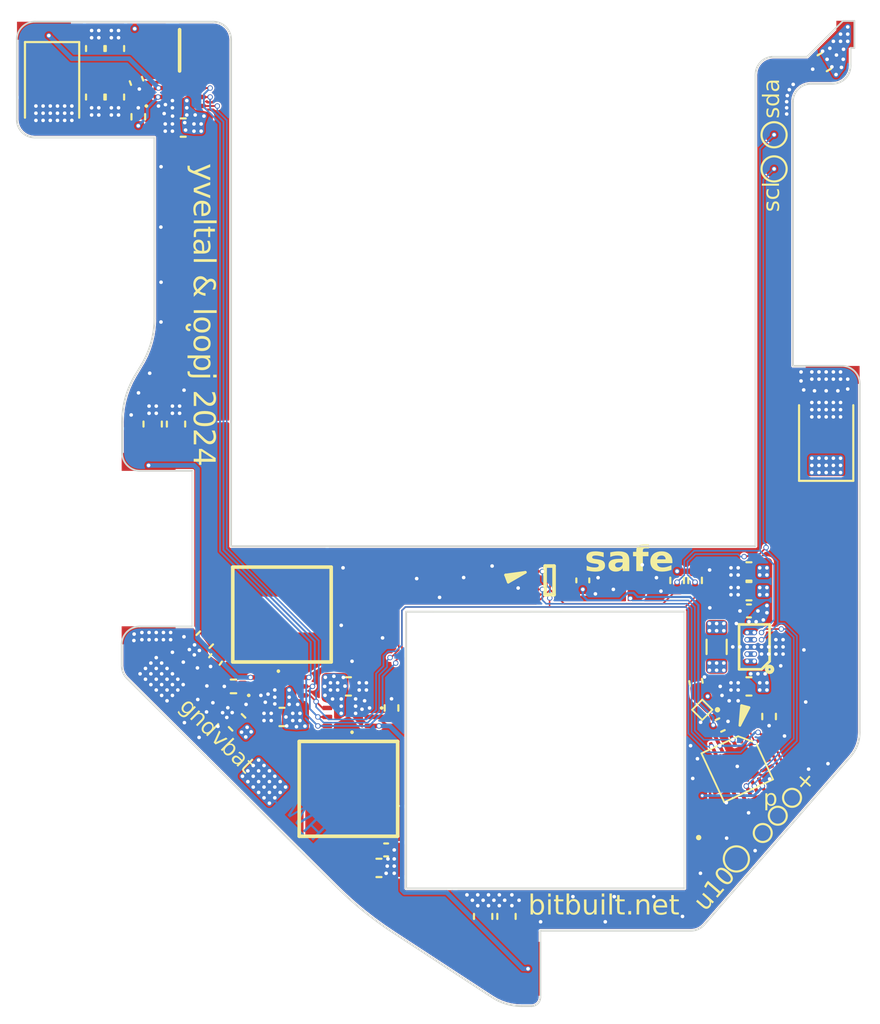
<source format=kicad_pcb>
(kicad_pcb (version 20240706) (generator "pcbnew") (generator_version "8.99")
  (layers (0 "F.Cu" signal) (1 "In1.Cu" signal) (2 "In2.Cu" signal) (31 "B.Cu" signal) (34 "B.Paste" user) (35 "F.Paste" user) (36 "B.SilkS" user "B.Silkscreen") (37 "F.SilkS" user "F.Silkscreen") (38 "B.Mask" user) (39 "F.Mask" user) (44 "Edge.Cuts" user) (50 "User.1" signal) (51 "User.2" signal) (52 "User.3" signal) (53 "User.4" signal) (54 "User.5" signal) (55 "User.6" signal) (56 "User.7" signal) (57 "User.8" signal) (58 "User.9" signal))
  (net 0 "")
  (net 1 "GND")
  (net 2 "+3V3")
  (net 3 "+1V8")
  (net 4 "+1V0")
  (net 5 "+1V15")
  (net 6 "Net-(U1-SW)")
  (net 7 "SDA")
  (net 8 "SCL")
  (net 9 "EN")
  (net 10 "Net-(U2-SW)")
  (net 11 "VBAT")
  (net 12 "Net-(U3-SW)")
  (net 13 "Net-(U4-LX2)")
  (net 14 "Net-(U4-LX1)")
  (net 15 "Net-(D1-A)")
  (net 16 "Net-(U1-VSET)")
  (net 17 "Net-(U2-VSET)")
  (net 18 "Net-(U3-VSET)")
  (net 19 "UPDI")
  (net 20 "Net-(Q1-G)")
  (net 27 "+1V8_ALW")
  (net 30 "ALERT")
  (net 31 "SAFEMODE")
  (net 33 "U10")
  (footprint "project-footprints:TestPoint_Pad_3x1.0mm" (layer "F.Cu") (at 163.940247 92.552028)
    (property "Reference" "TP5" (hide yes))
    (property "Value" "GND" (hide yes))
  )
  (footprint "Capacitor_SMD:C_0603_1608Metric" (layer "F.Cu") (at 163.479802 75.136758 -150)
    (property "Reference" "C23" (hide yes))
    (property "Value" "22uF" (hide yes))
  )
  (footprint "Capacitor_SMD:C_0402_1005Metric" (layer "F.Cu") (at 139.079802 118.986758)
    (property "Reference" "C8" (hide yes))
    (property "Value" "0.1uF" (hide yes))
  )
  (footprint "Capacitor_SMD:C_0402_1005Metric" (layer "F.Cu") (at 125.179802 76.186758 -70)
    (property "Reference" "C17" (hide yes))
    (property "Value" "0.1uF" (hide yes))
  )
  (footprint "Capacitor_SMD:C_0603_1608Metric" (layer "F.Cu") (at 133.279802 111.586758 180)
    (property "Reference" "C1" (hide yes))
    (property "Value" "22uF" (hide yes))
  )
  (footprint "project-footprints:TestPoint_Pad_3x1.0mm" (layer "F.Cu") (at 147.169939 125.601361 90)
    (property "Reference" "TP3" (hide yes))
    (property "Value" "1V15" (hide yes))
  )
  (footprint "Capacitor_SMD:C_0603_1608Metric" (layer "F.Cu") (at 144.479802 122.686758 90)
    (property "Reference" "C11" (hide yes))
    (property "Value" "22uF" (hide yes))
  )
  (footprint "Capacitor_SMD:C_0603_1608Metric" (layer "F.Cu") (at 145.779802 122.686758 90)
    (property "Reference" "C10" (hide yes))
    (property "Value" "22uF" (hide yes))
  )
  (footprint "SamacSys_Parts:XFL5015152MEC" (layer "F.Cu") (at 136.979802 115.586758 -90)
    (property "Reference" "L2" (hide yes))
    (property "Value" "220nH" (hide yes))
  )
  (footprint "Resistor_SMD:R_0402_1005Metric" (layer "F.Cu") (at 155.279802 103.986758 -90)
    (property "Reference" "R4" (hide yes))
    (property "Value" "4.7k" (hide yes))
  )
  (footprint "Resistor_SMD:R_0402_1005Metric" (layer "F.Cu") (at 160.40144 111.561829 90)
    (property "Reference" "R7" (hide yes))
    (property "Value" "133k" (hide yes))
  )
  (footprint "Capacitor_SMD:C_0603_1608Metric" (layer "F.Cu") (at 122.879802 74.386758 90)
    (property "Reference" "C20" (hide yes))
    (property "Value" "22uF" (hide yes))
  )
  (footprint "Capacitor_Tantalum_SMD:CP_EIA-3528-15_AVX-H" (layer "F.Cu") (at 163.579802 95.986758 90)
    (property "Reference" "C189" (hide yes))
    (property "Value" "150uF" (hide yes))
  )
  (footprint "Resistor_SMD:R_0402_1005Metric" (layer "F.Cu") (at 125.279802 78.186758 90)
    (property "Reference" "R3" (hide yes))
    (property "Value" "86.6k" (hide yes))
  )
  (footprint "Capacitor_SMD:C_0603_1608Metric" (layer "F.Cu") (at 130.779802 111.886758 135)
    (property "Reference" "C24" (hide yes))
    (property "Value" "22uF")
  )
  (footprint "Capacitor_SMD:C_0402_1005Metric" (layer "F.Cu") (at 157.679802 112.036758 25)
    (property "Reference" "C25" (hide yes))
    (property "Value" "1uF")
  )
  (footprint "Capacitor_SMD:C_0603_1608Metric" (layer "F.Cu") (at 127.379802 95.286758 90)
    (property "Reference" "C4" (hide yes))
    (property "Value" "22uF" (hide yes))
  )
  (footprint "TestPoint:TestPoint_Pad_D1.0mm" (layer "F.Cu") (at 160.047483 118.044079)
    (property "Reference" "TP11" (hide yes))
    (property "Value" "GND" (hide yes))
  )
  (footprint "Capacitor_SMD:C_0402_1005Metric" (layer "F.Cu") (at 156.329802 109.636758 100)
    (property "Reference" "C22" (hide yes))
    (property "Value" "1uF" (hide yes))
  )
  (footprint "TestPoint:TestPoint_Pad_D1.0mm" (layer "F.Cu") (at 160.679802 81.086758)
    (property "Reference" "TP9" (hide yes))
    (property "Value" "SCL" (hide yes))
  )
  (footprint "Capacitor_Tantalum_SMD:CP_EIA-3528-15_AVX-H" (layer "F.Cu") (at 120.479802 76.486758 -90)
    (property "Reference" "C5" (hide yes))
    (property "Value" "150uF" (hide yes))
  )
  (footprint "Resistor_SMD:R_0402_1005Metric" (layer "F.Cu") (at 139.379802 111.086758 90)
    (property "Reference" "R2" (hide yes))
    (property "Value" "249k" (hide yes))
  )
  (footprint "Jumper:SolderJumper-2_P1.3mm_Open_RoundedPad1.0x1.5mm" (layer "F.Cu") (at 152.379802 104.386758)
    (property "Reference" "JP1" (hide yes))
    (property "Value" "SolderJumper_2_Open" (hide yes))
  )
  (footprint "Capacitor_SMD:C_0402_1005Metric" (layer "F.Cu") (at 129.579802 108.386758 -125)
    (property "Reference" "C2" (hide yes))
    (property "Value" "0.1uF" (hide yes))
  )
  (footprint "Capacitor_SMD:C_0603_1608Metric" (layer "F.Cu") (at 159.279802 109.886758 180)
    (property "Reference" "C15" (hide yes))
    (property "Value" "22uF" (hide yes))
  )
  (footprint "Capacitor_SMD:C_0603_1608Metric" (layer "F.Cu") (at 127.779802 78.786758 180)
    (property "Reference" "C16" (hide yes))
    (property "Value" "22uF" (hide yes))
  )
  (footprint "Capacitor_SMD:C_0603_1608Metric" (layer "F.Cu") (at 123.979802 77.086758 -90)
    (property "Reference" "C18" (hide yes))
    (property "Value" "22uF" (hide yes))
  )
  (footprint "SamacSys_Parts:XFL5015152MEC" (layer "F.Cu") (at 133.279802 105.886758 90)
    (property "Reference" "L1" (hide yes))
    (property "Value" "220nH" (hide yes))
  )
  (footprint "Capacitor_SMD:C_0603_1608Metric" (layer "F.Cu") (at 138.679802 119.986758)
    (property "Reference" "C9" (hide yes))
    (property "Value" "22uF" (hide yes))
  )
  (footprint "SamacSys_Parts:TPS628680ARQYR" (layer "F.Cu") (at 136.979802 111.586758 -90)
    (property "Reference" "U2" (hide yes))
    (property "Value" "TPS628681ARQYR" (hide yes))
  )
  (footprint "TestPoint:TestPoint_Pad_D1.0mm" (layer "F.Cu") (at 161.679802 116.086758)
    (property "Reference" "TP10" (hide yes))
    (property "Value" "VBAT" (hide yes))
  )
  (footprint "Resistor_SMD:R_0402_1005Metric" (layer "F.Cu") (at 130.579802 109.886758 180)
    (property "Reference" "R1" (hide yes))
    (property "Value" "133k" (hide yes))
  )
  (footprint "Capacitor_SMD:C_0603_1608Metric" (layer "F.Cu") (at 136.979802 109.886758)
    (property "Reference" "C7" (hide yes))
    (property "Value" "22uF" (hide yes))
  )
  (footprint "SamacSys_Parts:LED_0603_1608Metric" (layer "F.Cu") (at 156.479802 116.799257 90)
    (property "Reference" "D1" (hide yes))
    (property "Value" "LED")
  )
  (footprint "Capacitor_SMD:C_0603_1608Metric" (layer "F.Cu") (at 122.879802 77.086758 -90)
    (property "Reference" "C19" (hide yes))
    (property "Value" "22uF" (hide yes))
  )
  (footprint "TestPoint:TestPoint_Pad_D1.0mm" (layer "F.Cu") (at 160.679802 79.186758)
    (property "Reference" "TP8" (hide yes))
    (property "Value" "SDA" (hide yes))
  )
  (footprint "project-footprints:TestPoint_Pad_3x1.0mm" (layer "F.Cu") (at 125.853723 107.042836)
    (property "Reference" "TP7" (hide yes))
    (property "Value" "GND" (hide yes))
  )
  (footprint "Package_DFN_QFN:Diodes_DFN1006-3" (layer "F.Cu") (at 158.579802 117.586758 -90)
    (property "Reference" "Q1" (hide yes))
    (property "Value" "NX7002BKMYL")
  )
  (footprint "SamacSys_Parts:TPS628680ARQYR" (layer "F.Cu") (at 133.279802 109.886758 90)
    (property "Reference" "U1" (hide yes))
    (property "Value" "TPS628681ARQYR" (hide yes))
  )
  (footprint "Resistor_SMD:R_0402_1005Metric" (layer "F.Cu") (at 156.279802 103.986758 -90)
    (property "Reference" "R5" (hide yes))
    (property "Value" "4.7k" (hide yes))
  )
  (footprint "Capacitor_SMD:C_0402_1005Metric" (layer "F.Cu") (at 159.279802 105.686758 180)
    (property "Reference" "C14" (hide yes))
    (property "Value" "0.1uF" (hide yes))
  )
  (footprint "project-footprints:TestPoint_Pad_1.5x1.0mm" (layer "F.Cu") (at 164.647641 73.593218 90)
    (property "Reference" "TP1" (hide yes))
    (property "Value" "3V3" (hide yes))
  )
  (footprint "Capacitor_SMD:C_0603_1608Metric" (layer "F.Cu") (at 128.979802 107.286758 -135)
    (property "Reference" "C3" (hide yes))
    (property "Value" "22uF" (hide yes))
  )
  (footprint "SamacSys_Parts:BGA15C40P3X5_134X226X62" (layer "F.Cu") (at 159.579802 107.686758 180)
    (property "Reference" "U4" (hide yes))
    (property "Value" "TPS63810YFFR" (hide yes))
  )
  (footprint "SamacSys_Parts:BGA4C35P2X2_64X64X44" (layer "F.Cu") (at 156.679802 111.186758 -135)
    (property "Reference" "IC4" (hide yes))
    (property "Value" "LP5907UVX-1.8_NOPB" (hide yes))
  )
  (footprint "SamacSys_Parts:TPS628680ARQYR" (layer "F.Cu") (at 127.579802 77.086758 90)
    (property "Reference" "U3" (hide yes))
    (property "Value" "TPS628682ARQYR" (hide yes))
  )
  (footprint "project-footprints:TestPoint_Pad_3x1.0mm" (layer "F.Cu") (at 125.853723 97.39118)
    (property "Reference" "TP4" (hide yes))
    (property "Value" "1V0" (hide yes))
  )
  (footprint "TestPoint:TestPoint_Pad_D1.0mm" (layer "F.Cu") (at 158.579802 119.486758)
    (property "Reference" "TP6" (hide yes))
    (property "Value" "SDA")
  )
  (footprint "Capacitor_SMD:C_0603_1608Metric" (layer "F.Cu") (at 126.079802 95.286758 90)
    (property "Reference" "C6" (hide yes))
    (property "Value" "22uF" (hide yes))
  )
  (footprint "TestPoint:TestPoint_Pad_D1.0mm" (layer "F.Cu") (at 160.885547 117.082627)
    (property "Reference" "TP12" (hide yes))
    (property "Value" "UPDI" (hide yes))
  )
  (footprint "Package_DFN_QFN:VQFN-20-1EP_3x3mm_P0.4mm_EP1.7x1.7mm" (layer "F.Cu") (at 158.629802 114.336758 -65)
    (property "Reference" "U5" (hide yes))
    (property "Value" "ATTINY1616-MNR" (hide yes))
  )
  (footprint "SamacSys_Parts:SOTFL50P160X60-6N" (layer "F.Cu") (at 148.179802 103.986758)
    (property "Reference" "U7" (hide yes))
    (property "Value" "TMP1075NDRLR" (hide yes))
  )
  (footprint "Capacitor_SMD:C_0603_1608Metric" (layer "F.Cu") (at 159.279802 104.586758 180)
    (property "Reference" "C12" (hide yes))
    (property "Value" "22uF" (hide yes))
  )
  (footprint "project-footprints:TestPoint_Pad_3x1.0mm" (layer "F.Cu") (at 120.0265 73.396621)
    (property "Reference" "TP2" (hide yes))
    (property "Value" "1V8" (hide yes))
  )
  (footprint "SamacSys_Parts:INDC3225X120N" (layer "F.Cu") (at 127.579802 74.486758 180)
    (property "Reference" "L3" (hide yes))
    (property "Value" "220nH" (hide yes))
  )
  (footprint "Capacitor_SMD:C_0603_1608Metric" (layer "F.Cu") (at 123.979802 74.386758 90)
    (property "Reference" "C21" (hide yes))
    (property "Value" "22uF" (hide yes))
  )
  (footprint "Capacitor_SMD:C_0402_1005Metric" (layer "F.Cu") (at 150.029802 103.986758 90)
    (property "Reference" "C26" (hide yes))
    (property "Value" "0.1uF" (hide yes))
  )
  (footprint "Capacitor_SMD:C_0603_1608Metric" (layer "F.Cu") (at 159.279802 103.486758 180)
    (property "Reference" "C13" (hide yes))
    (property "Value" "22uF" (hide yes))
  )
  (footprint "Inductor_SMD:L_0805_2012Metric" (layer "F.Cu") (at 157.479802 107.686758 90)
    (property "Reference" "L4" (hide yes))
    (property "Value" "470nH" (hide yes))
  )
  (gr_line (start 145.729802 103.686758) (end 145.979802 103.936758) (stroke (width 0.15)) (layer "F.SilkS"))
  (gr_line (start 145.729802 103.686758) (end 146.829802 103.536758) (stroke (width 0.15)) (layer "F.SilkS"))
  (gr_line (start 158.851756 111.678591) (end 159.020804 111.110272) (stroke (width 0.15)) (layer "F.SilkS"))
  (gr_line (start 145.979802 103.936758) (end 145.854802 103.811758) (stroke (width 0.15)) (layer "F.SilkS"))
  (gr_line (start 145.854802 103.811758) (end 146.479802 103.686758) (stroke (width 0.15)) (layer "F.SilkS"))
  (gr_line (start 145.879802 104.086758) (end 145.729802 103.686758) (stroke (width 0.15)) (layer "F.SilkS"))
  (gr_line (start 158.773878 112.051331) (end 158.868241 110.957668) (stroke (width 0.15)) (layer "F.SilkS"))
  (gr_line (start 159.281938 111.064226) (end 158.773878 112.051331) (stroke (width 0.15)) (layer "F.SilkS"))
  (gr_arc (start 128.112082 90.049434) (mid 127.979802 89.886758) (end 128.151606 89.766573) (stroke (width 0.14)) (layer "F.SilkS"))
  (gr_line (start 158.868241 110.957668) (end 159.281938 111.064226) (stroke (width 0.15)) (layer "F.SilkS"))
  (gr_line (start 146.829802 103.536758) (end 145.879802 104.086758) (stroke (width 0.15)) (layer "F.SilkS"))
  (gr_line (start 159.107848 111.094924) (end 158.851756 111.678591) (stroke (width 0.15)) (layer "F.SilkS"))
  (gr_line (start 146.479802 103.686758) (end 145.917302 103.874258) (stroke (width 0.15)) (layer "F.SilkS"))
  (gr_line (start 158.933757 111.125622) (end 159.107848 111.094924) (stroke (width 0.15)) (layer "F.SilkS"))
  (gr_line (start 124.650177 109.435729) (end 136.312979 121.028715) (stroke (width 0.1)) (layer "Edge.Cuts"))
  (gr_line (start 128.2973 97.886621) (end 125.379802 97.886621) (stroke (width 0.1)) (layer "Edge.Cuts"))
  (gr_line (start 155.692715 105.723749) (end 155.692715 121.12826) (stroke (width 0.1)) (layer "Edge.Cuts"))
  (gr_line (start 140.19547 121.12826) (end 140.19547 105.72826) (stroke (width 0.1)) (layer "Edge.Cuts"))
  (gr_line (start 147.666784 123.481391) (end 147.666784 127.176276) (stroke (width 0.1)) (layer "Edge.Cuts"))
  (gr_arc (start 124.357284 107.555612) (mid 124.650043 106.848304) (end 125.357284 106.555382) (stroke (width 0.1)) (layer "Edge.Cuts"))
  (gr_arc (start 146.621322 127.676076) (mid 145.765565 127.551118) (end 144.981012 127.187233) (stroke (width 0.1)) (layer "Edge.Cuts"))
  (gr_line (start 125.092338 92.599199) (end 125.467115 91.97457) (stroke (width 0.1)) (layer "Edge.Cuts"))
  (gr_line (start 147.666784 123.481391) (end 156.041987 123.481391) (stroke (width 0.1)) (layer "Edge.Cuts"))
  (gr_line (start 119.517519 79.337245) (end 126.178548 79.337245) (stroke (width 0.1)) (layer "Edge.Cuts"))
  (gr_line (start 159.646232 102.085135) (end 159.646232 75.846172) (stroke (width 0.1)) (layer "Edge.Cuts"))
  (gr_arc (start 164.446617 92.048279) (mid 165.15372 92.341177) (end 165.446617 93.048279) (stroke (width 0.1)) (layer "Edge.Cuts"))
  (gr_arc (start 124.650177 109.435729) (mid 124.4334 109.111306) (end 124.357284 108.728622) (stroke (width 0.1)) (layer "Edge.Cuts"))
  (gr_arc (start 159.646232 75.846172) (mid 159.939166 75.139124) (end 160.646232 74.846172) (stroke (width 0.1)) (layer "Edge.Cuts"))
  (gr_line (start 124.379802 96.886758) (end 124.379802 95.171678) (stroke (width 0.1)) (layer "Edge.Cuts"))
  (gr_arc (start 118.516909 73.897032) (mid 118.809785 73.189872) (end 119.516909 72.896895) (stroke (width 0.1)) (layer "Edge.Cuts"))
  (gr_line (start 124.357284 107.555612) (end 124.357284 108.728622) (stroke (width 0.1)) (layer "Edge.Cuts"))
  (gr_line (start 160.646232 74.846172) (end 162.523506 74.846172) (stroke (width 0.1)) (layer "Edge.Cuts"))
  (gr_line (start 165.148396 74.354192) (end 165.148396 72.854192) (stroke (width 0.1)) (layer "Edge.Cuts"))
  (gr_line (start 161.7273 77.346172) (end 161.7273 92.048279) (stroke (width 0.1)) (layer "Edge.Cuts"))
  (gr_line (start 162.523506 74.846172) (end 164.516066 72.854192) (stroke (width 0.1)) (layer "Edge.Cuts"))
  (gr_line (start 164.935175 74.354192) (end 164.935175 75.346172) (stroke (width 0.1)) (layer "Edge.Cuts"))
  (gr_line (start 130.446232 102.085135) (end 159.646232 102.085135) (stroke (width 0.1)) (layer "Edge.Cuts"))
  (gr_line (start 165.148396 72.854192) (end 164.516066 72.854192) (stroke (width 0.1)) (layer "Edge.Cuts"))
  (gr_line (start 156.796435 123.137751) (end 164.952839 113.762428) (stroke (width 0.1)) (layer "Edge.Cuts"))
  (gr_arc (start 119.517519 79.337245) (mid 118.810432 79.04441) (end 118.517517 78.337382) (stroke (width 0.1)) (layer "Edge.Cuts"))
  (gr_arc (start 147.666784 127.176276) (mid 147.521146 127.529018) (end 147.169075 127.67627) (stroke (width 0.1)) (layer "Edge.Cuts"))
  (gr_line (start 147.169075 127.67627) (end 146.621322 127.676076) (stroke (width 0.1)) (layer "Edge.Cuts"))
  (gr_arc (start 139.513949 123.613789) (mid 137.846812 122.403785) (end 136.312979 121.028715) (stroke (width 0.1)) (layer "Edge.Cuts"))
  (gr_arc (start 161.7273 77.346172) (mid 162.020232 76.639113) (end 162.7273 76.346172) (stroke (width 0.1)) (layer "Edge.Cuts"))
  (gr_arc (start 129.446232 72.896895) (mid 130.153355 73.189793) (end 130.446232 73.896895) (stroke (width 0.1)) (layer "Edge.Cuts"))
  (gr_line (start 126.178548 79.337232) (end 126.17965 89.401543) (stroke (width 0.1)) (layer "Edge.Cuts"))
  (gr_line (start 130.446232 73.896895) (end 130.446232 102.085135) (stroke (width 0.1)) (layer "Edge.Cuts"))
  (gr_line (start 128.2973 97.886621) (end 128.2973 106.555382) (stroke (width 0.1)) (layer "Edge.Cuts"))
  (gr_line (start 165.446617 93.048279) (end 165.443943 112.449985) (stroke (width 0.1)) (layer "Edge.Cuts"))
  (gr_line (start 119.516909 72.896895) (end 129.446232 72.896895) (stroke (width 0.1)) (layer "Edge.Cuts"))
  (gr_line (start 139.513949 123.613789) (end 144.981012 127.187233) (stroke (width 0.1)) (layer "Edge.Cuts"))
  (gr_arc (start 156.796435 123.137751) (mid 156.456499 123.391433) (end 156.041987 123.481391) (stroke (width 0.1)) (layer "Edge.Cuts"))
  (gr_line (start 140.19547 121.12826) (end 155.692715 121.12826) (stroke (width 0.1)) (layer "Edge.Cuts"))
  (gr_line (start 161.7273 92.048279) (end 164.446617 92.048279) (stroke (width 0.1)) (layer "Edge.Cuts"))
  (gr_arc (start 125.379802 97.886621) (mid 124.672735 97.593778) (end 124.379802 96.886758) (stroke (width 0.1)) (layer "Edge.Cuts"))
  (gr_line (start 164.935175 74.354192) (end 165.148396 74.354192) (stroke (width 0.1)) (layer "Edge.Cuts"))
  (gr_line (start 128.2973 106.555382) (end 125.357284 106.555382) (stroke (width 0.1)) (layer "Edge.Cuts"))
  (gr_arc (start 126.17965 89.401543) (mid 125.998298 90.736495) (end 125.467115 91.97457) (stroke (width 0.1)) (layer "Edge.Cuts"))
  (gr_arc (start 124.379802 95.171678) (mid 124.561233 93.837012) (end 125.092338 92.599199) (stroke (width 0.1)) (layer "Edge.Cuts"))
  (gr_line (start 163.935175 76.346172) (end 162.7273 76.346172) (stroke (width 0.1)) (layer "Edge.Cuts"))
  (gr_arc (start 164.935175 75.346172) (mid 164.642261 76.053259) (end 163.935175 76.346172) (stroke (width 0.1)) (layer "Edge.Cuts"))
  (gr_line (start 118.517517 78.337382) (end 118.516909 73.897032) (stroke (width 0.1)) (layer "Edge.Cuts"))
  (gr_line (start 140.19547 105.72826) (end 155.692715 105.723749) (stroke (width 0.1)) (layer "Edge.Cuts"))
  (gr_arc (start 165.443943 112.449985) (mid 165.317099 113.150626) (end 164.952839 113.762428) (stroke (width 0.1)) (layer "Edge.Cuts"))
  (gr_text "HW1" (at 134.979802 118.686758 -45) (layer "B.Cu") (effects (font (size 1 1) (thickness 0.1)) (justify left bottom mirror)))
  (gr_text "yveltal & loopj 2024" (at 128.16201 80.776048 270) (layer "F.SilkS") (effects (font (size 1.2 1.2) (thickness 0.15) (italic yes)) (justify left bottom)))
  (gr_text "+" (at 162.079802 115.586758 49) (layer "F.SilkS") (effects (font (size 0.9 0.9) (thickness 0.1125) (italic yes)) (justify left)))
  (gr_text "scl" (at 160.579802 83.486758 90) (layer "F.SilkS") (effects (font (size 0.9 0.9) (thickness 0.1125) (italic yes)) (justify left)))
  (gr_text "vbat" (at 129.529802 112.536758 -45) (layer "F.SilkS") (effects (font (size 0.9 0.9) (thickness 0.1125) (italic yes)) (justify left)))
  (gr_text "u10" (at 157.395355 121.167748 49) (layer "F.SilkS") (effects (font (size 1 1) (thickness 0.15) (italic yes))))
  (gr_text "safe" (at 152.619153 102.889074 0) (layer "F.SilkS") (effects (font (size 1.4 1.5) (thickness 0.3) (bold yes) (italic yes))))
  (gr_text "p" (at 160.076758 116.149086 0) (layer "F.SilkS") (effects (font (size 0.9 0.9) (thickness 0.15) (italic yes)) (justify left)))
  (gr_text "sda" (at 160.579802 78.286758 90) (layer "F.SilkS") (effects (font (size 0.9 0.9) (thickness 0.1125) (italic yes)) (justify left)))
  (gr_text "gnd" (at 127.779802 110.786758 315) (layer "F.SilkS") (effects (font (size 0.9 0.9) (thickness 0.1125) (italic yes)) (justify left)))
  (gr_text "bitbuilt.net" (at 146.979802 122.766758 0) (layer "F.SilkS") (effects (font (size 1.1 1.1) (thickness 0.15) (italic yes)) (justify left bottom)))
  (segment (start 132.879802 110.086758) (end 132.879802 110.361758) (width 0.3048) (layer "F.Cu") (net 1))
  (via (at 130.508375 111.34351) (size 0.3) (drill 0.2) (layers "F.Cu" "B.Cu") (net 1))
  (via (at 126.779802 78.586758) (size 0.3) (drill 0.2) (layers "F.Cu" "B.Cu") (net 1))
  (via (at 122.679802 73.386758) (size 0.3) (drill 0.2) (layers "F.Cu" "B.Cu") (net 1))
  (via (at 161.179802 107.286758) (size 0.3) (drill 0.2) (layers "F.Cu" "B.Cu") (net 1))
  (via (at 163.579802 92.786758) (size 0.3) (drill 0.2) (layers "F.Cu" "B.Cu") (net 1))
  (via (at 139.529802 119.486758) (size 0.3) (drill 0.2) (layers "F.Cu" "B.Cu") (net 1))
  (via (at 126.879802 110.086758) (size 0.3) (drill 0.2) (layers "F.Cu" "B.Cu") (net 1))
  (via (at 123.079802 77.686758) (size 0.3) (drill 0.2) (layers "F.Cu" "B.Cu") (net 1))
  (via (at 127.179802 94.686758) (size 0.3) (drill 0.2) (layers "F.Cu" "B.Cu") (net 1))
  (via (at 139.179802 119.486758) (size 0.3) (drill 0.2) (layers "F.Cu" "B.Cu") (net 1))
  (via (at 154.129802 103.836758) (size 0.3) (drill 0.2) (layers "F.Cu" "B.Cu") (net 1))
  (via (at 158.679802 103.286758) (size 0.3) (drill 0.2) (layers "F.Cu" "B.Cu") (net 1))
  (via (at 162.440294 110.755007) (size 0.3) (drill 0.2) (layers "F.Cu" "B.Cu") (net 1))
  (via (at 162.329802 93.386758) (size 0.3) (drill 0.2) (layers "F.Cu" "B.Cu") (net 1))
  (via (at 158.279802 103.286758) (size 0.3) (drill 0.2) (layers "F.Cu" "B.Cu") (net 1))
  (via (at 137.579802 110.086758) (size 0.3) (drill 0.2) (layers "F.Cu" "B.Cu") (net 1))
  (via (at 129.079773 111.308622) (size 0.3) (drill 0.2) (layers "F.Cu" "B.Cu") (net 1))
  (via (at 126.279802 94.686758) (size 0.3) (drill 0.2) (layers "F.Cu" "B.Cu") (net 1))
  (via (at 161.380537 77.349342) (size 0.3) (drill 0.2) (layers "F.Cu" "B.Cu") (net 1))
  (via (at 127.179802 107.986758) (size 0.3) (drill 0.2) (layers "F.Cu" "B.Cu") (net 1))
  (via (at 146.429802 104.412221) (size 0.3) (drill 0.2) (layers "F.Cu" "B.Cu") (net 1))
  (via (at 158.279802 104.386758) (size 0.3) (drill 0.2) (layers "F.Cu" "B.Cu") (net 1))
  (via (at 127.179802 77.686758) (size 0.3) (drill 0.2) (layers "F.Cu" "B.Cu") (net 1))
  (via (at 127.179802 78.986758) (size 0.3) (drill 0.2) (layers "F.Cu" "B.Cu") (net 1))
  (via (at 129.304485 108.779951) (size 0.3) (drill 0.2) (layers "F.Cu" "B.Cu") (net 1))
  (via (at 156.411814 113.911842) (size 0.3) (drill 0.2) (layers "F.Cu" "B.Cu") (net 1))
  (via (at 136.679802 103.286758) (size 0.3) (drill 0.2) (layers "F.Cu" "B.Cu") (net 1))
  (via (at 158.279802 104.786758) (size 0.3) (drill 0.2) (layers "F.Cu" "B.Cu") (net 1))
  (via (at 126.279802 108.886758) (size 0.3) (drill 0.2) (layers "F.Cu" "B.Cu") (net 1))
  (via (at 145.379802 121.486758) (size 0.3) (drill 0.2) (layers "F.Cu" "B.Cu") (net 1))
  (via (at 137.379802 110.583889) (size 0.3) (drill 0.2) (layers "F.Cu" "B.Cu") (net 1))
  (via (at 126.579802 109.786758) (size 0.3) (drill 0.2) (layers "F.Cu" "B.Cu") (net 1))
  (via (at 121.179802 77.586758) (size 0.3) (drill 0.2) (layers "F.Cu" "B.Cu") (net 1))
  (via (at 124.883918 94.779546) (size 0.3) (drill 0.2) (layers "F.Cu" "B.Cu") (net 1))
  (via (at 164.379802 94.886758) (size 0.3) (drill 0.2) (layers "F.Cu" "B.Cu") (net 1))
  (via (at 127.479802 110.086758) (size 0.3) (drill 0.2) (layers "F.Cu" "B.Cu") (net 1))
  (via (at 126.546451 80.965708) (size 0.3) (drill 0.2) (layers "F.Cu" "B.Cu") (net 1))
  (via (at 125.034645 107.332846) (size 0.3) (drill 0.2) (layers "F.Cu" "B.Cu") (net 1))
  (via (at 125.479802 106.886758) (size 0.3) (drill 0.2) (layers "F.Cu" "B.Cu") (net 1))
  (via (at 121.579802 78.386758) (size 0.3) (drill 0.2) (layers "F.Cu" "B.Cu") (net 1))
  (via (at 158.679802 104.786758) (size 0.3) (drill 0.2) (layers "F.Cu" "B.Cu") (net 1))
  (via (at 121.579802 77.986758) (size 0.3) (drill 0.2) (layers "F.Cu" "B.Cu") (net 1))
  (via (at 151.279802 122.986758) (size 0.3) (drill 0.2) (layers "F.Cu" "B.Cu") (net 1))
  (via (at 144.979802 103.186758) (size 0.3) (drill 0.2) (layers "F.Cu" "B.Cu") (net 1))
  (via (at 158.037848 118.331208) (size 0.3) (drill 0.2) (layers "F.Cu" "B.Cu") (net 1))
  (via (at 138.879802 107.186758) (size 0.3) (drill 0.2) (layers "F.Cu" "B.Cu") (net 1))
  (via (at 123.779802 73.386758) (size 0.3) (drill 0.2) (layers "F.Cu" "B.Cu") (net 1))
  (via (at 162.779802 92.386758) (size 0.3) (drill 0.2) (layers "F.Cu" "B.Cu") (net 1))
  (via (at 127.826966 93.399984) (size 0.3) (drill 0.2) (layers "F.Cu" "B.Cu") (net 1))
  (via (at 120.779802 77.586758) (size 0.3) (drill 0.2) (layers "F.Cu" "B.Cu") (net 1))
  (via (at 158.679802 104.386758) (size 0.3) (drill 0.2) (layers "F.Cu" "B.Cu") (net 1))
  (via (at 125.290646 93.549515) (size 0.3) (drill 0.2) (layers "F.Cu" "B.Cu") (net 1))
  (via (at 139.379802 110.576758) (size 0.3) (drill 0.2) (layers "F.Cu" "B.Cu") (net 1))
  (via (at 132.104802 110.386758) (size 0.3) (drill 0.2) (layers "F.Cu" "B.Cu") (net 1))
  (via (at 158.279802 110.086758) (size 0.3) (drill 0.2) (layers "F.Cu" "B.Cu") (net 1))
  (via (at 158.679802 103.686758) (size 0.3) (drill 0.2) (layers "F.Cu" "B.Cu") (net 1))
  (via (at 163.579802 94.486758) (size 0.3) (drill 0.2) (layers "F.Cu" "B.Cu") (net 1))
  (via (at 163.979802 92.786758) (size 0.3) (drill 0.2) (layers "F.Cu" "B.Cu") (net 1))
  (via (at 128.679802 107.886758) (size 0.3) (drill 0.2) (layers "F.Cu" "B.Cu") (net 1))
  (via (at 160.379802 108.086758) (size 0.3) (drill 0.2) (layers "F.Cu" "B.Cu") (net 1))
  (via (at 161.414152 77.00647) (size 0.3) (drill 0.2) (layers "F.Cu" "B.Cu") (net 1))
  (via (at 130.206993 111.613714) (size 0.3) (drill 0.2) (layers "F.Cu" "B.Cu") (net 1))
  (via (at 121.179802 77.986758) (size 0.3) (drill 0.2) (layers "F.Cu" "B.Cu") (net 1))
  (via (at 119.579802 77.586758) (size 0.3) (drill 0.2) (layers "F.Cu" "B.Cu") (net 1))
  (via (at 123.079802 73.786758) (size 0.3) (drill 0.2) (layers "F.Cu" "B.Cu") (net 1))
  (via (at 161.379802 77.686758) (size 0.3) (drill 0.2) (layers "F.Cu" "B.Cu") (net 1))
  (via (at 124.179802 78.086758) (size 0.3) (drill 0.2) (layers "F.Cu" "B.Cu") (net 1))
  (via (at 124.179802 73.386758) (size 0.3) (drill 0.2) (layers "F.Cu" "B.Cu") (net 1))
  (via (at 125.679802 109.486758) (size 0.3) (drill 0.2) (layers "F.Cu" "B.Cu") (net 1))
  (via (at 164.379802 92.786758) (size 0.3) (drill 0.2) (layers "F.Cu" "B.Cu") (net 1))
  (via (at 159.979802 108.086758) (size 0.3) (drill 0.2) (layers "F.Cu" "B.Cu") (net 1))
  (via (at 158.019802 116.356758) (size 0.3) (drill 0.2) (layers "F.Cu" "B.Cu") (net 1))
  (via (at 125.879802 94.286758) (size 0.3) (drill 0.2) (layers "F.Cu" "B.Cu") (net 1))
  (via (at 125.337624 76.641553) (size 0.3) (drill 0.2) (layers "F.Cu" "B.Cu") (net 1))
  (via (at 126.579802 110.386758) (size 0.3) (drill 0.2) (layers "F.Cu" "B.Cu") (net 1))
  (via (at 145.379802 122.086758) (size 0.3) (drill 0.2) (layers "F.Cu" "B.Cu") (net 1))
  (via (at 120.379802 77.986758) (size 0.3) (drill 0.2) (layers "F.Cu" "B.Cu") (net 1))
  (via (at 126.536743 84.324757) (size 0.3) (drill 0.2) (layers "F.Cu" "B.Cu") (net 1))
  (via (at 164.379802 92.386758) (size 0.3) (drill 0.2) (layers "F.Cu" "B.Cu") (net 1))
  (via (at 126.404802 77.586758) (size 0.3) (drill 0.2) (layers "F.Cu" "B.Cu") (net 1))
  (via (at 143.879802 121.786758) (size 0.3) (drill 0.2) (layers "F.Cu" "B.Cu") (net 1))
  (via (at 132.279802 111.786758) (size 0.3) (drill 0.2) (layers "F.Cu" "B.Cu") (net 1))
  (via (at 142.053773 104.932032) (size 0.3) (drill 0.2) (layers "F.Cu" "B.Cu") (net 1))
  (via (at 126.779802 78.986758) (size 0.3) (drill 0.2) (layers "F.Cu" "B.Cu") (net 1))
  (via (at 155.579802 122.686758) (size 0.3) (drill 0.2) (layers "F.Cu" "B.Cu") (net 1))
  (via (at 158.579802 106.386758) (size 0.3) (drill 0.2) (layers "F.Cu" "B.Cu") (net 1))
  (via (at 140.779802 103.886758) (size 0.3) (drill 0.2) (layers "F.Cu" "B.Cu") (net 1))
  (via (at 157.779802 110.386758) (size 0.3) (drill 0.2) (layers "F.Cu" "B.Cu") (net 1))
  (via (at 127.179802 110.386758) (size 0.3) (drill 0.2) (layers "F.Cu" "B.Cu") (net 1))
  (via (at 122.679802 78.086758) (size 0.3) (drill 0.2) (layers "F.Cu" "B.Cu") (net 1))
  (via (at 137.979802 110.086758) (size 0.3) (drill 0.2) (layers "F.Cu" "B.Cu") (net 1))
  (via (at 151.779802 121.586758) (size 0.3) (drill 0.2) (layers "F.Cu" "B.Cu") (net 1))
  (via (at 123.779802 73.786758) (size 0.3) (drill 0.2) (layers "F.Cu" "B.Cu") (net 1))
  (via (at 163.179802 94.886758) (size 0.3) (drill 0.2) (layers "F.Cu" "B.Cu") (net 1))
  (via (at 126.579802 108.586758) (size 0.3) (drill 0.2) (layers "F.Cu" "B.Cu") (net 1))
  (via (at 126.279802 107.286758) (size 0.3) (drill 0.2) (layers "F.Cu" "B.Cu") (net 1))
  (via (at 128.590744 110.615315) (size 0.3) (drill 0.2) (layers "F.Cu" "B.Cu") (net 1))
  (via (at 159.579802 107.686758) (size 0.3) (drill 0.2) (layers "F.Cu" "B.Cu") (net 1))
  (via (at 125.279802 77.686758) (size 0.3) (drill 0.2) (layers "F.Cu" "B.Cu") (net 1))
  (via (at 151.729802 104.486758) (size 0.3) (drill 0.2) (layers "F.Cu" "B.Cu") (net 1))
  (via (at 123.079802 73.386758) (size 0.3) (drill 0.2) (layers "F.Cu" "B.Cu") (net 1))
  (via (at 164.379802 94.086758) (size 0.3) (drill 0.2) (layers "F.Cu" "B.Cu") (net 1))
  (via (at 128.411312 107.575479) (size 0.3) (drill 0.2) (layers "F.Cu" "B.Cu") (net 1))
  (via (at 158.679802 110.686758) (size 0.3) (drill 0.2) (layers "F.Cu" "B.Cu") (net 1))
  (via (at 161.179802 108.086758) (size 0.3) (drill 0.2) (layers "F.Cu" "B.Cu") (net 1))
  (via (at 126.679802 106.886758) (size 0.3) (drill 0.2) (layers "F.Cu" "B.Cu") (net 1))
  (via (at 159.179802 107.686758) (size 0.3) (drill 0.2) (layers "F.Cu" "B.Cu") (net 1))
  (via (at 144.779802 122.086758) (size 0.3) (drill 0.2) (layers "F.Cu" "B.Cu") (net 1))
  (via (at 161.259802 112.646758) (size 0.3) (drill 0.2) (layers "F.Cu" "B.Cu") (net 1))
  (via (at 119.979802 77.586758) (size 0.3) (drill 0.2) (layers "F.Cu" "B.Cu") (net 1))
  (via (at 162.779802 94.486758) (size 0.3) (drill 0.2) (layers "F.Cu" "B.Cu") (net 1))
  (via (at 127.579802 94.286758) (size 0.3) (drill 0.2) (layers "F.Cu" "B.Cu") (net 1))
  (via (at 125.979802 109.186758) (size 0.3) (drill 0.2) (layers "F.Cu" "B.Cu") (net 1))
  (via (at 137.379802 110.986758) (size 0.3) (drill 0.2) (layers "F.Cu" "B.Cu") (net 1))
  (via (at 158.179802 110.686758) (size 0.3) (drill 0.2) (layers "F.Cu" "B.Cu") (net 1))
  (via (at 163.579802 94.886758) (size 0.3) (drill 0.2) (layers "F.Cu" "B.Cu") (net 1))
  (via (at 137.579802 109.686758) (size 0.3) (drill 0.2) (layers "F.Cu" "B.Cu") (net 1))
  (via (at 120.779802 77.986758) (size 0.3) (drill 0.2) (layers "F.Cu" "B.Cu") (net 1))
  (via (at 125.879802 94.686758) (size 0.3) (drill 0.2) (layers "F.Cu" "B.Cu") (net 1))
  (via (at 163.979802 94.886758) (size 0.3) (drill 0.2) (layers "F.Cu" "B.Cu") (net 1))
  (via (at 126.879802 108.886758) (size 0.3) (drill 0.2) (layers "F.Cu" "B.Cu") (net 1))
  (via (at 127.823154 107.124017) (size 0.3) (drill 0.2) (layers "F.Cu" "B.Cu") (net 1))
  (via (at 128.572173 108.857286) (size 0.3) (drill 0.2) (layers "F.Cu" "B.Cu") (net 1))
  (via (at 163.979802 94.486758) (size 0.3) (drill 0.2) (layers "F.Cu" "B.Cu") (net 1))
  (via (at 149.479802 121.586758) (size 0.3) (drill 0.2) (layers "F.Cu" "B.Cu") (net 1))
  (via (at 163.679802 114.186758) (size 0.3) (drill 0.2) (layers "F.Cu" "B.Cu") (net 1))
  (via (at 128.399259 108.130627) (size 0.3) (drill 0.2) (layers "F.Cu" "B.Cu") (net 1))
  (via (at 137.979802 109.686758) (size 0.3) (drill 0.2) (layers "F.Cu" "B.Cu") (net 1))
  (via (at 156.029802 113.186758) (size 0.3) (drill 0.2) (layers "F.Cu" "B.Cu") (net 1))
  (via (at 150.729802 104.736758) (size 0.3) (drill 0.2) (layers "F.Cu" "B.Cu") (net 1))
  (via (at 127.179802 109.186758) (size 0.3) (drill 0.2) (layers "F.Cu" "B.Cu") (net 1))
  (via (at 126.546451 87.39256) (size 0.3) (drill 0.2) (layers "F.Cu" "B.Cu") (net 1))
  (via (at 127.179802 77.286758) (size 0.3) (drill 0.2) (layers "F.Cu" "B.Cu") (net 1))
  (via (at 126.579802 109.186758) (size 0.3) (drill 0.2) (layers "F.Cu" "B.Cu") (net 1))
  (via (at 126.720477 78.00783) (size 0.3) (drill 0.2) (layers "F.Cu" "B.Cu") (net 1))
  (via (at 137.879802 110.686758) (size 0.3) (drill 0.2) (layers "F.Cu" "B.Cu") (net 1))
  (via (at 153.979802 121.586758) (size 0.3) (drill 0.2) (layers "F.Cu" "B.Cu") (net 1))
  (via (at 125.679802 108.886758) (size 0.3) (drill 0.2) (layers "F.Cu" "B.Cu") (net 1))
  (via (at 156.579802 120.286758) (size 0.3) (drill 0.2) (layers "F.Cu" "B.Cu") (net 1))
  (via (at 132.879802 110.860999) (size 0.3) (drill 0.2) (layers "F.Cu" "B.Cu") (net 1))
  (via (at 159.624032 119.026041) (size 0.3) (drill 0.2) (layers "F.Cu" "B.Cu") (net 1))
  (via (at 160.379802 107.686758) (size 0.3) (drill 0.2) (layers "F.Cu" "B.Cu") (net 1))
  (via (at 138.154802 111.086758) (size 0.3) (drill 0.2) (layers "F.Cu" "B.Cu") (net 1))
  (via (at 126.542464 89.606641) (size 0.3) (drill 0.2) (layers "F.Cu" "B.Cu") (net 1))
  (via (at 162.179802 92.386758) (size 0.3) (drill 0.2) (layers "F.Cu" "B.Cu") (net 1))
  (via (at 126.679802 107.286758) (size 0.3) (drill 0.2) (layers "F.Cu" "B.Cu") (net 1))
  (via (at 126.790573 77.509191) (size 0.3) (drill 0.2) (layers "F.Cu" "B.Cu") (net 1))
  (via (at 137.735016 111.155767) (size 0.3) (drill 0.2) (layers "F.Cu" "B.Cu") (net 1))
  (via (at 127.179802 94.286758) (size 0.3) (drill 0.2) (layers "F.Cu" "B.Cu") (net 1))
  (via (at 119.979802 78.386758) (size 0.3) (drill 0.2) (layers "F.Cu" "B.Cu") (net 1))
  (via (at 126.279802 94.286758) (size 0.3) (drill 0.2) (layers "F.Cu" "B.Cu") (net 1))
  (via (at 125.879802 107.286758) (size 0.3) (drill 0.2) (layers "F.Cu" "B.Cu") (net 1))
  (via (at 137.379802 111.386758) (size 0.3) (drill 0.2) (layers "F.Cu" "B.Cu") (net 1))
  (via (at 159.979802 107.686758) (size 0.3) (drill 0.2) (layers "F.Cu" "B.Cu") (net 1))
  (via (at 163.579802 93.436758) (size 0.3) (drill 0.2) (layers "F.Cu" "B.Cu") (net 1))
  (via (at 163.579802 94.086758) (size 0.3) (drill 0.2) (layers "F.Cu" "B.Cu") (net 1))
  (via (at 164.379802 94.486758) (size 0.3) (drill 0.2) (layers "F.Cu" "B.Cu") (net 1))
  (via (at 132.279802 111.386758) (size 0.3) (drill 0.2) (layers "F.Cu" "B.Cu") (net 1))
  (via (at 159.259069 116.920487) (size 0.3) (drill 0.2) (layers "F.Cu" "B.Cu") (net 1))
  (via (at 121.579802 77.586758) (size 0.3) (drill 0.2) (layers "F.Cu" "B.Cu") (net 1))
  (via (at 132.350311 110.767863) (size 0.3) (drill 0.2) (layers "F.Cu" "B.Cu") (net 1))
  (via (at 120.779802 78.386758) (size 0.3) (drill 0.2) (layers "F.Cu" "B.Cu") (net 1))
  (via (at 163.979802 92.386758) (size 0.3) (drill 0.2) (layers "F.Cu" "B.Cu") (net 1))
  (via (at 127.079802 106.886758) (size 0.3) (drill 0.2) (layers "F.Cu" "B.Cu") (net 1))
  (via (at 127.579802 94.686758) (size 0.3) (drill 0.2) (layers "F.Cu" "B.Cu") (net 1))
  (via (at 144.179802 121.486758) (size 0.3) (drill 0.2) (layers "F.Cu" "B.Cu") (net 1))
  (via (at 163.179802 92.386758) (size 0.3) (drill 0.2) (layers "F.Cu" "B.Cu") (net 1))
  (via (at 129.432617 110.794832) (size 0.3) (drill 0.2) (layers "F.Cu" "B.Cu") (net 1))
  (via (at 156.149844 115.008083) (size 0.3) (drill 0.2) (layers "F.Cu" "B.Cu") (net 1))
  (via (at 127.179802 109.786758) (size 0.3) (drill 0.2) (layers "F.Cu" "B.Cu") (net 1))
  (via (at 156.589631 111.88305) (size 0.3) (drill 0.2) (layers "F.Cu" "B.Cu") (net 1))
  (via (at 157.099802 105.512758) (size 0.3) (drill 0.2) (layers "F.Cu" "B.Cu") (net 1))
  (via (at 163.179802 94.486758) (size 0.3) (drill 0.2) (layers "F.Cu" "B.Cu") (net 1))
  (via (at 127.179802 78.586758) (size 0.3) (drill 0.2) (layers "F.Cu" "B.Cu") (net 1))
  (via (at 125.047898 106.975013) (size 0.3) (drill 0.2) (layers "F.Cu" "B.Cu") (net 1))
  (via (at 130.264151 111.073305) (size 0.3) (drill 0.2) (layers "F.Cu" "B.Cu") (net 1))
  (via (at 144.779802 121.486758) (size 0.3) (drill 0.2) (layers "F.Cu" "B.Cu") (net 1))
  (via (at 120.379802 77.586758) (size 0.3) (drill 0.2) (layers "F.Cu" "B.Cu") (net 1))
  (via (at 161.380537 78.031723) (size 0.3) (drill 0.2) (layers "F.Cu" "B.Cu") (net 1))
  (via (at 126.879802 110.686758) (size 0.3) (drill 0.2) (layers "F.Cu" "B.Cu") (net 1))
  (via (at 119.579802 77.986758) (size 0.3) (drill 0.2) (layers "F.Cu" "B.Cu") (net 1))
  (via (at 123.079802 78.086758) (size 0.3) (drill 0.2) (layers "F.Cu" "B.Cu") (net 1))
  (via (at 156.804802 109.361758) (size 0.3) (drill 0.2) (layers "F.Cu" "B.Cu") (net 1))
  (via (at 139.139497 119.885859) (size 0.3) (drill 0.2) (layers "F.Cu" "B.Cu") (net 1))
  (via (at 162.829802 75.536758) (size 0.3) (drill 0.2) (layers "F.Cu" "B.Cu") (net 1))
  (via (at 157.679802 109.886758) (size 0.3) (drill 0.2) (layers "F.Cu" "B.Cu") (net 1))
  (via (at 139.529802 118.986758) (size 0.3) (drill 0.2) (layers "F.Cu" "B.Cu") (net 1))
  (via (at 162.600773 114.49231) (size 0.3) (drill 0.2) (layers "F.Cu" "B.Cu") (net 1))
  (via (at 147.679802 122.986758) (size 0.3) (drill 0.2) (layers "F.Cu" "B.Cu") (net 1))
  (via (at 127.779802 109.786758) (size 0.3) (drill 0.2) (layers "F.Cu" "B.Cu") (net 1))
  (via (at 162.779802 92.786758) (size 0.3) (drill 0.2) (layers "F.Cu" "B.Cu") (net 1))
  (via (at 122.679802 73.786758) (size 0.3) (drill 0.2) (layers "F.Cu" "B.Cu") (net 1))
  (via (at 132.503494 110.316654) (size 0.3) (drill 0.2) (layers "F.Cu" "B.Cu") (net 1))
  (via (at 119.579802 78.386758) (size 0.3) (drill 0.2) (layers "F.Cu" "B.Cu") (net 1))
  (via (at 160.429802 115.036758) (size 0.3) (drill 0.2) (layers "F.Cu" "B.Cu") (net 1))
  (via (at 124.179802 77.686758) (size 0.3) (drill 0.2) (layers "F.Cu" "B.Cu") (net 1))
  (via (at 132.879802 110.486758) (size 0.3) (drill 0.2) (layers "F.Cu" "B.Cu") (net 1))
  (via (at 157.089802 103.406758) (size 0.3) (drill 0.2) (layers "F.Cu" "B.Cu") (net 1))
  (via (at 144.479802 121.786758) (size 0.3) (drill 0.2) (layers "F.Cu" "B.Cu") (net 1))
  (via (at 129.098344 109.860105) (size 0.3) (drill 0.2) (layers "F.Cu" "B.Cu") (net 1))
  (via (at 127.079802 107.286758) (size 0.3) (drill 0.2) (layers "F.Cu" "B.Cu") (net 1))
  (via (at 158.279802 103.686758) (size 0.3) (drill 0.2) (layers "F.Cu" "B.Cu") (net 1))
  (via (at 158.114829 111.833901) (size 0.3) (drill 0.2) (layers "F.Cu" "B.Cu") (net 1))
  (via (at 126.279802 109.486758) (size 0.3) (drill 0.2) (layers "F.Cu" "B.Cu") (net 1))
  (via (at 128.665027 112.726188) (size 0.3) (drill 0.2) (layers "F.Cu" "B.Cu") (net 1))
  (via (at 163.979802 94.086758) (size 0.3) (drill 0.2) (layers "F.Cu" "B.Cu") (net 1))
  (via (at 158.779802 105.686758) (size 0.3) (drill 0.2) (layers "F.Cu" "B.Cu") (net 1))
  (via (at 127.847915 111.902886) (size 0.3) (drill 0.2) (layers "F.Cu" "B.Cu") (net 1))
  (via (at 124.179802 73.786758) (size 0.3) (drill 0.2) (layers "F.Cu" "B.Cu") (net 1))
  (via (at 161.743577 76.384595) (size 0.3) (drill 0.2) (layers "F.Cu" "B.Cu") (net 1))
  (via (at 128.123634 107.83722) (size 0.3) (drill 0.2) (layers "F.Cu" "B.Cu") (net 1))
  (via (at 132.879802 110.086758) (size 0.3) (drill 0.2) (layers "F.Cu" "B.Cu") (net 1))
  (via (at 164.229802 93.436758) (size 0.3) (drill 0.2) (layers "F.Cu" "B.Cu") (net 1))
  (via (at 158.679802 110.086758) (size 0.3) (drill 0.2) (layers "F.Cu" "B.Cu") (net 1))
  (via (at 164.779802 93.336758) (size 0.3) (drill 0.2) (layers "F.Cu" "B.Cu") (net 1))
  (via (at 129.973162 111.348706) (size 0.3) (drill 0.2) (layers "F.Cu" "B.Cu") (net 1))
  (via (at 158.629802 114.336758) (size 0.3) (drill 0.2) (layers "F.Cu" "B.Cu") (net 1))
  (via (at 127.786012 108.535393) (size 0.3) (drill 0.2) (layers "F.Cu" "B.Cu") (net 1))
  (via (at 122.679802 77.686758) (size 0.3) (drill 0.2) (layers "F.Cu" "B.Cu") (net 1))
  (via (at 136.579802 106.486758) (size 0.3) (drill 0.2) (layers "F.Cu" "B.Cu") (net 1))
  (via (at 119.979802 77.986758) (size 0.3) (drill 0.2) (layers "F.Cu" "B.Cu") (net 1))
  (via (at 145.679802 121.786758) (size 0.3) (drill 0.2) (layers "F.Cu" "B.Cu") (net 1))
  (via (at 126.879802 109.486758) (size 0.3) (drill 0.2) (layers "F.Cu" "B.Cu") (net 1))
  (via (at 163.579802 92.386758) (size 0.3) (drill 0.2) (layers "F.Cu" "B.Cu") (net 1))
  (via (at 125.479802 107.286758) (size 0.3) (drill 0.2) (layers "F.Cu" "B.Cu") (net 1))
  (via (at 144.179802 122.086758) (size 0.3) (drill 0.2) (layers "F.Cu" "B.Cu") (net 1))
  (via (at 163.179802 94.086758) (size 0.3) (drill 0.2) (layers "F.Cu" "B.Cu") (net 1))
  (via (at 161.528442 76.677045) (size 0.3) (drill 0.2) (layers "F.Cu" "B.Cu") (net 1))
  (via (at 143.39467 103.8282) (size 0.3) (drill 0.2) (layers "F.Cu" "B.Cu") (net 1))
  (via (at 121.179802 78.386758) (size 0.3) (drill 0.2) (layers "F.Cu" "B.Cu") (net 1))
  (via (at 162.340294 107.855007) (size 0.3) (drill 0.2) (layers "F.Cu" "B.Cu") (net 1))
  (via (at 123.779802 78.086758) (size 0.3) (drill 0.2) (layers "F.Cu" "B.Cu") (net 1))
  (via (at 160.40144 112.071828) (size 0.3) (drill 0.2) (layers "F.Cu" "B.Cu") (net 1))
  (via (at 125.914722 92.457634) (size 0.3) (drill 0.2) (layers "F.Cu" "B.Cu") (net 1))
  (via (at 158.279802 109.686758) (size 0.3) (drill 0.2) (layers "F.Cu" "B.Cu") (net 1))
  (via (at 126.279802 106.886758) (size 0.3) (drill 0.2) (layers "F.Cu" "B.Cu") (net 1))
  (via (at 139.529802 119.886758) (size 0.3) (drill 0.2) (layers "F.Cu" "B.Cu") (net 1))
  (via (at 127.186582 78.148462) (size 0.3) (drill 0.2) (layers "F.Cu" "B.Cu") (net 1))
  (via (at 158.779802 107.686758) (size 0.3) (drill 0.2) (layers "F.Cu" "B.Cu") (net 1))
  (via (at 146.479802 121.786758) (size 0.3) (drill 0.2) (layers "F.Cu" "B.Cu") (net 1))
  (via (at 127.479802 109.486758) (size 0.3) (drill 0.2) (layers "F.Cu" "B.Cu") (net 1))
  (via (at 146.079802 121.486758) (size 0.3) (drill 0.2) (layers "F.Cu" "B.Cu") (net 1))
  (via (at 160.779802 107.686758) (size 0.3) (drill 0.2) (layers "F.Cu" "B.Cu") (net 1))
  (via (at 163.179802 92.786758) (size 0.3) (drill 0.2) (layers "F.Cu" "B.Cu") (net 1))
  (via (at 160.779802 107.286758) (size 0.3) (drill 0.2) (layers "F.Cu" "B.Cu") (net 1))
  (via (at 125.979802 108.586758) (size 0.3) (drill 0.2) (layers "F.Cu" "B.Cu") (net 1))
  (via (at 153.338905 103.120031) (size 0.3) (drill 0.2) (layers "F.Cu" "B.Cu") (net 1))
  (via (at 150.879802 103.836758) (size 0.3) (drill 0.2) (layers "F.Cu" "B.Cu") (net 1))
  (via (at 139.529802 120.286758) (size 0.3) (drill 0.2) (layers "F.Cu" "B.Cu") (net 1))
  (via (at 158.679802 109.686758) (size 0.3) (drill 0.2) (layers "F.Cu" "B.Cu") (net 1))
  (via (at 137.179802 108.486758) (size 0.3) (drill 0.2) (layers "F.Cu" "B.Cu") (net 1))
  (via (at 132.679802 111.386758) (size 0.3) (drill 0.2) (layers "F.Cu" "B.Cu") (net 1))
  (via (at 126.279802 108.286758) (size 0.3) (drill 0.2) (layers "F.Cu" "B.Cu") (net 1))
  (via (at 160.779802 108.086758) (size 0.3) (drill 0.2) (layers "F.Cu" "B.Cu") (net 1))
  (via (at 120.379802 78.386758) (size 0.3) (drill 0.2) (layers "F.Cu" "B.Cu") (net 1))
  (via (at 164.779802 92.786758) (size 0.3) (drill 0.2) (layers "F.Cu" "B.Cu") (net 1))
  (via (at 132.679802 111.786758) (size 0.3) (drill 0.2) (layers "F.Cu" "B.Cu") (net 1))
  (via (at 145.079802 121.786758) (size 0.3) (drill 0.2) (layers "F.Cu" "B.Cu") (net 1))
  (via (at 162.179802 92.886758) (size 0.3) (drill 0.2) (layers "F.Cu" "B.Cu") (net 1))
  (via (at 162.779802 94.086758) (size 0.3) (drill 0.2) (layers "F.Cu" "B.Cu") (net 1))
  (via (at 131.279802 110.886758) (size 0.3) (drill 0.2) (layers "F.Cu" "B.Cu") (net 1))
  (via (at 123.779802 77.686758) (size 0.3) (drill 0.2) (layers "F.Cu" "B.Cu") (net 1))
  (via (at 161.048595 108.741502) (size 0.3) (drill 0.2) (layers "F.Cu" "B.Cu") (net 1))
  (via (at 154.379802 104.586758) (size 0.3) (drill 0.2) (layers "F.Cu" "B.Cu") (net 1))
  (via (at 162.779802 94.886758) (size 0.3) (drill 0.2) (layers "F.Cu" "B.Cu") (net 1))
  (via (at 162.929802 93.436758) (size 0.3) (drill 0.2) (layers "F.Cu" "B.Cu") (net 1))
  (via (at 146.079802 122.086758) (size 0.3) (drill 0.2) (layers "F.Cu" "B.Cu") (net 1))
  (via (at 126.279802 110.086758) (size 0.3) (drill 0.2) (layers "F.Cu" "B.Cu") (net 1))
  (via (at 158.379802 107.686758) (size 0.3) (drill 0.2) (layers "F.Cu" "B.Cu") (net 1))
  (via (at 139.079802 120.286758) (size 0.3) (drill 0.2) (layers "F.Cu" "B.Cu") (net 1))
  (via (at 143.579802 121.486758) (size 0.3) (drill 0.2) (layers "F.Cu" "B.Cu") (net 1))
  (via (at 161.179802 107.686758) (size 0.3) (drill 0.2) (layers "F.Cu" "B.Cu") (net 1))
  (via (at 130.069802 109.886758) (size 0.3) (drill 0.2) (layers "F.Cu" "B.Cu") (net 1))
  (via (at 125.379802 109.186758) (size 0.3) (drill 0.2) (layers "F.Cu" "B.Cu") (net 1))
  (via (at 129.711178 112.107164) (size 0.3) (drill 0.2) (layers "F.Cu" "B.Cu") (net 1))
  (via (at 125.879802 106.886758) (size 0.3) (drill 0.2) (layers "F.Cu" "B.Cu") (net 1))
  (via (at 125.979802 109.786758) (size 0.3) (drill 0.2) (layers "F.Cu" "B.Cu") (net 1))
  (via (at 160.279802 104.786758) (size 0.3) (drill 0.2) (layers "F.Cu" "B.Cu") (net 2))
  (via (at 164.150972 74.749258) (size 0.3) (drill 0.2) (layers "F.Cu" "B.Cu") (net 2))
  (via (at 159.179802 106.886758) (size 0.3) (drill 0.2) (layers "F.Cu" "B.Cu") (net 2))
  (via (at 163.579802 97.586758) (size 0.3) (drill 0.2) (layers "F.Cu" "B.Cu") (net 2))
  (via (at 164.429802 75.436758) (size 0.3) (drill 0.2) (layers "F.Cu" "B.Cu") (net 2))
  (via (at 163.979802 97.186758) (size 0.3) (drill 0.2) (layers "F.Cu" "B.Cu") (net 2))
  (via (at 163.179802 97.586758) (size 0.3) (drill 0.2) (layers "F.Cu" "B.Cu") (net 2))
  (via (at 164.379802 97.186758) (size 0.3) (drill 0.2) (layers "F.Cu" "B.Cu") (net 2))
  (via (at 160.279802 103.686758) (size 0.3) (drill 0.2) (layers "F.Cu" "B.Cu") (net 2))
  (via (at 163.979802 97.586758) (size 0.3) (drill 0.2) (layers "F.Cu" "B.Cu") (net 2))
  (via (at 159.879802 103.286758) (size 0.3) (drill 0.2) (layers "F.Cu" "B.Cu") (net 2))
  (via (at 159.679802 106.286758) (size 0.3) (drill 0.2) (layers "F.Cu" "B.Cu") (net 2))
  (via (at 164.779802 73.986758) (size 0.3) (drill 0.2) (layers "F.Cu" "B.Cu") (net 2))
  (via (at 163.379802 74.536758) (size 0.3) (drill 0.2) (layers "F.Cu" "B.Cu") (net 2))
  (via (at 160.279802 105.386758) (size 0.3) (drill 0.2) (layers "F.Cu" "B.Cu") (net 2))
  (via (at 159.879802 104.386758) (size 0.3) (drill 0.2) (layers "F.Cu" "B.Cu") (net 2))
  (via (at 159.279802 106.286758) (size 0.3) (drill 0.2) (layers "F.Cu" "B.Cu") (net 2))
  (via (at 159.879802 103.686758) (size 0.3) (drill 0.2) (layers "F.Cu" "B.Cu") (net 2))
  (via (at 163.579802 97.186758) (size 0.3) (drill 0.2) (layers "F.Cu" "B.Cu") (net 2))
  (via (at 164.379802 97.586758) (size 0.3) (drill 0.2) (layers "F.Cu" "B.Cu") (net 2))
  (via (at 163.782444 74.372657) (size 0.3) (drill 0.2) (layers "F.Cu" "B.Cu") (net 2))
  (via (at 163.579802 97.986758) (size 0.3) (drill 0.2) (layers "F.Cu" "B.Cu") (net 2))
  (via (at 163.179802 97.986758) (size 0.3) (drill 0.2) (layers "F.Cu" "B.Cu") (net 2))
  (via (at 163.979802 73.986758) (size 0.3) (drill 0.2) (layers "F.Cu" "B.Cu") (net 2))
  (via (at 164.779802 73.586758) (size 0.3) (drill 0.2) (layers "F.Cu" "B.Cu") (net 2))
  (via (at 160.079802 106.186758) (size 0.3) (drill 0.2) (layers "F.Cu" "B.Cu") (net 2))
  (via (at 160.279802 104.386758) (size 0.3) (drill 0.2) (layers "F.Cu" "B.Cu") (net 2))
  (via (at 162.779802 97.986758) (size 0.3) (drill 0.2) (layers "F.Cu" "B.Cu") (net 2))
  (via (at 164.545493 74.430367) (size 0.3) (drill 0.2) (layers "F.Cu" "B.Cu") (net 2))
  (via (at 164.379802 73.586758) (size 0.3) (drill 0.2) (layers "F.Cu" "B.Cu") (net 2))
  (via (at 160.279802 103.286758) (size 0.3) (drill 0.2) (layers "F.Cu" "B.Cu") (net 2))
  (via (at 164.129802 75.836758) (size 0.3) (drill 0.2) (layers "F.Cu" "B.Cu") (net 2))
  (via (at 162.779802 97.586758) (size 0.3) (drill 0.2) (layers "F.Cu" "B.Cu") (net 2))
  (via (at 163.179802 97.186758) (size 0.3) (drill 0.2) (layers "F.Cu" "B.Cu") (net 2))
  (via (at 164.379802 73.986758) (size 0.3) (drill 0.2) (layers "F.Cu" "B.Cu") (net 2))
  (via (at 164.379802 97.986758) (size 0.3) (drill 0.2) (layers "F.Cu" "B.Cu") (net 2))
  (via (at 163.979802 97.986758) (size 0.3) (drill 0.2) (layers "F.Cu" "B.Cu") (net 2))
  (via (at 164.779802 73.186758) (size 0.3) (drill 0.2) (layers "F.Cu" "B.Cu") (net 2))
  (via (at 162.779802 97.186758) (size 0.3) (drill 0.2) (layers "F.Cu" "B.Cu") (net 2))
  (via (at 160.279802 105.786758) (size 0.3) (drill 0.2) (layers "F.Cu" "B.Cu") (net 2))
  (via (at 159.879802 104.786758) (size 0.3) (drill 0.2) (layers "F.Cu" "B.Cu") (net 2))
  (via (at 163.896726 75.406831) (size 0.3) (drill 0.2) (layers "F.Cu" "B.Cu") (net 2))
  (via (at 163.629802 74.986758) (size 0.3) (drill 0.2) (layers "F.Cu" "B.Cu") (net 2))
  (via (at 164.529802 74.986758) (size 0.3) (drill 0.2) (layers "F.Cu" "B.Cu") (net 2))
  (via (at 159.579802 106.886758) (size 0.3) (drill 0.2) (layers "F.Cu" "B.Cu") (net 2))
  (via (at 159.779802 105.686758) (size 0.3) (drill 0.2) (layers "F.Cu" "B.Cu") (net 2))
  (segment (start 164.379802 73.586758) (end 163.979802 73.986758) (width 0.35) (layer "B.Cu") (net 2))
  (segment (start 160.279802 105.386758) (end 159.679802 106.286758) (width 0.3) (layer "B.Cu") (net 2))
  (segment (start 164.379802 97.986758) (end 162.779802 97.986758) (width 0.35) (layer "B.Cu") (net 2))
  (segment (start 159.679802 106.286758) (end 160.079802 106.186758) (width 0.3) (layer "B.Cu") (net 2))
  (segment (start 163.782444 74.372657) (end 163.896726 75.406831) (width 0.35) (layer "B.Cu") (net 2))
  (segment (start 163.179802 97.186758) (end 163.579802 97.986758) (width 0.35) (layer "B.Cu") (net 2))
  (segment (start 159.879802 104.386758) (end 160.279802 104.386758) (width 0.3) (layer "B.Cu") (net 2))
  (segment (start 164.545493 74.430367) (end 164.779802 73.986758) (width 0.35) (layer "B.Cu") (net 2))
  (segment (start 159.679802 106.286758) (end 159.779802 105.686758) (width 0.3) (layer "B.Cu") (net 2))
  (segment (start 160.079802 106.186758) (end 160.279802 105.786758) (width 0.3) (layer "B.Cu") (net 2))
  (segment (start 163.579802 97.186758) (end 163.979802 97.986758) (width 0.35) (layer "B.Cu") (net 2))
  (segment (start 163.979802 73.986758) (end 164.150972 74.749258) (width 0.35) (layer "B.Cu") (net 2))
  (segment (start 159.279802 106.286758) (end 159.679802 106.286758) (width 0.3) (layer "B.Cu") (net 2))
  (segment (start 159.179802 106.886758) (end 159.579802 106.886758) (width 0.3) (layer "B.Cu") (net 2))
  (segment (start 163.579802 97.186758) (end 163.579802 97.986758) (width 0.35) (layer "B.Cu") (net 2))
  (segment (start 159.879802 103.686758) (end 160.279802 103.686758) (width 0.3) (layer "B.Cu") (net 2))
  (segment (start 160.279802 103.286758) (end 160.279802 103.686758) (width 0.3) (layer "B.Cu") (net 2))
  (segment (start 160.279802 104.386758) (end 160.279802 104.786758) (width 0.3) (layer "B.Cu") (net 2))
  (segment (start 163.379802 74.536758) (end 164.129802 75.836758) (width 0.35) (layer "B.Cu") (net 2))
  (segment (start 163.979802 97.186758) (end 164.379802 97.986758) (width 0.35) (layer "B.Cu") (net 2))
  (segment (start 164.379802 73.586758) (end 164.545493 74.430367) (width 0.35) (layer "B.Cu") (net 2))
  (segment (start 159.879802 104.386758) (end 159.879802 104.786758) (width 0.3) (layer "B.Cu") (net 2))
  (segment (start 162.779802 97.186758) (end 163.179802 97.986758) (width 0.35) (layer "B.Cu") (net 2))
  (segment (start 159.879802 103.286758) (end 160.279802 103.686758) (width 0.3) (layer "B.Cu") (net 2))
  (segment (start 159.879802 104.386758) (end 160.279802 104.786758) (width 0.3) (layer "B.Cu") (net 2))
  (segment (start 162.779802 97.186758) (end 162.779802 97.986758) (width 0.35) (layer "B.Cu") (net 2))
  (segment (start 164.779802 73.186758) (end 164.779802 73.986758) (width 0.35) (layer "B.Cu") (net 2))
  (segment (start 164.150972 74.749258) (end 163.896726 75.406831) (width 0.35) (layer "B.Cu") (net 2))
  (segment (start 164.529802 74.986758) (end 164.545493 74.430367) (width 0.35) (layer "B.Cu") (net 2))
  (segment (start 164.379802 97.186758) (end 164.379802 97.986758) (width 0.35) (layer "B.Cu") (net 2))
  (segment (start 163.179802 97.186758) (end 163.179802 97.986758) (width 0.35) (layer "B.Cu") (net 2))
  (segment (start 164.379802 73.586758) (end 164.129802 75.836758) (width 0.35) (layer "B.Cu") (net 2))
  (segment (start 160.279802 105.386758) (end 160.279802 105.786758) (width 0.3) (layer "B.Cu") (net 2))
  (segment (start 160.279802 105.386758) (end 159.779802 105.686758) (width 0.3) (layer "B.Cu") (net 2))
  (segment (start 162.779802 97.186758) (end 164.379802 97.186758) (width 0.35) (layer "B.Cu") (net 2))
  (segment (start 164.529802 74.986758) (end 164.429802 75.436758) (width 0.35) (layer "B.Cu") (net 2))
  (segment (start 159.879802 104.786758) (end 160.279802 104.786758) (width 0.3) (layer "B.Cu") (net 2))
  (segment (start 163.979802 97.186758) (end 163.979802 97.986758) (width 0.35) (layer "B.Cu") (net 2))
  (segment (start 164.779802 73.186758) (end 164.379802 73.586758) (width 0.35) (layer "B.Cu") (net 2))
  (segment (start 163.979802 73.986758) (end 163.379802 74.536758) (width 0.35) (layer "B.Cu") (net 2))
  (segment (start 163.782444 74.372657) (end 163.629802 74.986758) (width 0.35) (layer "B.Cu") (net 2))
  (segment (start 159.879802 103.286758) (end 159.879802 103.686758) (width 0.3) (layer "B.Cu") (net 2))
  (segment (start 164.779802 73.586758) (end 164.379802 73.986758) (width 0.35) (layer "B.Cu") (net 2))
  (segment (start 159.779802 105.686758) (end 160.079802 106.186758) (width 0.3) (layer "B.Cu") (net 2))
  (segment (start 159.779802 105.686758) (end 159.279802 106.286758) (width 0.3) (layer "B.Cu") (net 2))
  (segment (start 163.782444 74.372657) (end 164.150972 74.749258) (width 0.35) (layer "B.Cu") (net 2))
  (segment (start 164.129802 75.836758) (end 164.429802 75.436758) (width 0.35) (layer "B.Cu") (net 2))
  (segment (start 160.279802 103.286758) (end 159.879802 103.286758) (width 0.3) (layer "B.Cu") (net 2))
  (segment (start 125.015632 75.735706) (end 125.015632 73.350928) (width 0.25) (layer "F.Cu") (net 3))
  (segment (start 125.015632 73.350928) (end 125.079802 73.286758) (width 0.25) (layer "F.Cu") (net 3))
  (segment (start 156.279802 103.476758) (end 155.279802 103.476758) (width 0.3) (layer "F.Cu") (net 3))
  (segment (start 126.404802 76.586758) (end 126.404812 76.584898) (width 0.3048) (layer "F.Cu") (net 3))
  (segment (start 156.279802 103.476758) (end 156.279802 103.486758) (width 0.1016) (layer "F.Cu") (net 3))
  (via (at 125.079802 73.286758) (size 0.3) (drill 0.2) (layers "F.Cu" "B.Cu") (net 3))
  (via (at 155.279802 103.476758) (size 0.3) (drill 0.2) (layers "F.Cu" "B.Cu") (net 3))
  (via (at 126.404812 76.584898) (size 0.3) (drill 0.2) (layers "F.Cu" "B.Cu") (net 3))
  (via (at 120.298219 73.668341) (size 0.3) (drill 0.2) (layers "F.Cu" "B.Cu") (net 3))
  (segment (start 120.298219 73.668341) (end 121.579136 74.949258) (width 0.254) (layer "B.Cu") (net 3))
  (segment (start 121.579136 74.949258) (end 124.769172 74.949258) (width 0.254) (layer "B.Cu") (net 3))
  (segment (start 124.769172 74.949258) (end 126.404812 76.584898) (width 0.254) (layer "B.Cu") (net 3))
  (segment (start 132.104802 109.386758) (end 131.529802 109.386758) (width 0.254) (layer "F.Cu") (net 4))
  (via (at 125.853723 97.586758) (size 0.3) (drill 0.2) (layers "F.Cu" "B.Cu") (net 4))
  (via (at 131.529802 109.386758) (size 0.3) (drill 0.2) (layers "F.Cu" "B.Cu") (net 4))
  (segment (start 125.853723 97.586758) (end 128.379802 97.586758) (width 0.254) (layer "B.Cu") (net 4))
  (segment (start 128.579802 107.186758) (end 130.779802 109.386758) (width 0.254) (layer "B.Cu") (net 4))
  (segment (start 128.379802 97.586758) (end 128.579802 97.786758) (width 0.254) (layer "B.Cu") (net 4))
  (segment (start 130.779802 109.386758) (end 131.529802 109.386758) (width 0.254) (layer "B.Cu") (net 4))
  (segment (start 128.579802 97.786758) (end 128.579802 107.186758) (width 0.254) (layer "B.Cu") (net 4))
  (segment (start 138.154802 112.086758) (end 138.679802 112.086758) (width 0.254) (layer "F.Cu") (net 5))
  (via (at 146.979802 125.601361) (size 0.3) (drill 0.2) (layers "F.Cu" "B.Cu") (net 5))
  (via (at 138.679802 112.086758) (size 0.3) (drill 0.2) (layers "F.Cu" "B.Cu") (net 5))
  (segment (start 146.979802 125.601361) (end 146.694405 125.601361) (width 0.254) (layer "B.Cu") (net 5))
  (segment (start 139.96847 121.222286) (end 139.96847 112.775426) (width 0.254) (layer "B.Cu") (net 5))
  (segment (start 140.101444 121.35526) (end 139.96847 121.222286) (width 0.254) (layer "B.Cu") (net 5))
  (segment (start 139.279802 112.086758) (end 138.679802 112.086758) (width 0.254) (layer "B.Cu") (net 5))
  (segment (start 142.448304 121.35526) (end 140.101444 121.35526) (width 0.254) (layer "B.Cu") (net 5))
  (segment (start 139.96847 112.775426) (end 139.279802 112.086758) (width 0.254) (layer "B.Cu") (net 5))
  (segment (start 146.694405 125.601361) (end 142.448304 121.35526) (width 0.254) (layer "B.Cu") (net 5))
  (segment (start 154.489802 105.286758) (end 155.279802 104.496758) (width 0.0889) (layer "F.Cu") (net 7))
  (segment (start 148.204802 104.508758) (end 148.204802 103.811758) (width 0.0889) (layer "F.Cu") (net 7))
  (segment (start 161.079802 106.692117) (end 160.174443 106.692117) (width 0.0889) (layer "F.Cu") (net 7))
  (segment (start 147.426802 105.286758) (end 148.204802 104.508758) (width 0.0889) (layer "F.Cu") (net 7))
  (segment (start 155.279802 104.086758) (end 155.279802 104.496758) (width 0.3048) (layer "F.Cu") (net 7))
  (segment (start 139.779802 107.853758) (end 139.779802 105.586758) (width 0.0889) (layer "F.Cu") (net 7))
  (segment (start 135.804802 111.586758) (end 135.279802 111.586758) (width 0.1016) (layer "F.Cu") (net 7))
  (segment (start 148.204802 103.811758) (end 148.529802 103.486758) (width 0.0889) (layer "F.Cu") (net 7))
  (segment (start 139.351629 108.281931) (end 139.779802 107.853758) (width 0.0889) (layer "F.Cu") (net 7))
  (segment (start 148.990802 105.286758) (end 154.489802 105.286758) (width 0.0889) (layer "F.Cu") (net 7))
  (segment (start 139.298029 108.281931) (end 139.351629 108.281931) (width 0.0889) (layer "F.Cu") (net 7))
  (segment (start 134.454802 109.886758) (end 134.979802 109.886758) (width 0.1016) (layer "F.Cu") (net 7))
  (segment (start 148.529802 103.486758) (end 149.017802 103.486758) (width 0.0889) (layer "F.Cu") (net 7))
  (segment (start 128.754802 77.086758) (end 129.279802 77.086758) (width 0.1016) (layer "F.Cu") (net 7))
  (segment (start 140.079802 105.286758) (end 147.426802 105.286758) (width 0.0889) (layer "F.Cu") (net 7))
  (segment (start 160.174443 106.692117) (end 159.979802 106.886758) (width 0.0889) (layer "F.Cu") (net 7))
  (segment (start 148.221802 104.517758) (end 148.990802 105.286758) (width 0.0889) (layer "F.Cu") (net 7))
  (segment (start 139.779802 105.586758) (end 140.079802 105.286758) (width 0.0889) (layer "F.Cu") (net 7))
  (via (at 139.298029 108.281931) (size 0.3) (drill 0.2) (layers "F.Cu" "B.Cu") (net 7))
  (via (at 129.279802 77.086758) (size 0.3) (drill 0.2) (layers "F.Cu" "B.Cu") (net 7))
  (via (at 161.079802 106.692117) (size 0.3) (drill 0.2) (layers "F.Cu" "B.Cu") (net 7))
  (via (at 134.979802 109.886758) (size 0.3) (drill 0.2) (layers "F.Cu" "B.Cu") (net 7))
  (via (at 135.279802 111.586758) (size 0.3) (drill 0.2) (layers "F.Cu" "B.Cu") (net 7))
  (via (at 159.979802 106.886758) (size 0.3) (drill 0.2) (layers "F.Cu" "B.Cu") (net 7))
  (via (at 160.679802 79.186758) (size 0.3) (drill 0.2) (layers "F.Cu" "B.Cu") (net 7))
  (via (at 155.279802 104.086758) (size 0.3) (drill 0.2) (layers "F.Cu" "B.Cu") (net 7))
  (via (at 159.129802 115.436758) (size 0.3) (drill 0.2) (layers "F.Cu" "B.Cu") (net 7))
  (segment (start 161.772002 112.794558) (end 161.772002 107.150406) (width 0.0889) (layer "B.Cu") (net 7))
  (segment (start 138.695652 109.24383) (end 138.695652 111.26048) (width 0.0889) (layer "B.Cu") (net 7))
  (segment (start 138.053524 111.902608) (end 135.595652 111.902608) (width 0.0889) (layer "B.Cu") (net 7))
  (segment (start 161.313713 106.692117) (end 161.079802 106.692117) (width 0.0889) (layer "B.Cu") (net 7))
  (segment (start 161.772002 107.150406) (end 161.313713 106.692117) (width 0.0889) (layer "B.Cu") (net 7))
  (segment (start 139.129802 108.80968) (end 138.695652 109.24383) (width 0.0889) (layer "B.Cu") (net 7))
  (segment (start 135.106476 107.37386) (end 130.020652 102.288036) (width 0.1016) (layer "B.Cu") (net 7))
  (segment (start 138.695652 111.26048) (end 138.053524 111.902608) (width 0.0889) (layer "B.Cu") (net 7))
  (segment (start 130.020652 78.4582) (end 129.279802 77.71735) (width 0.1016) (layer "B.Cu") (net 7))
  (segment (start 155.679802 102.886758) (end 156.228694 102.337867) (width 0.0889) (layer "B.Cu") (net 7))
  (segment (start 134.829802 111.136758) (end 135.279802 111.586758) (width 0.1016) (layer "B.Cu") (net 7))
  (segment (start 134.829802 110.036758) (end 134.829802 111.136758) (width 0.1016) (layer "B.Cu") (net 7))
  (segment (start 129.279802 77.71735) (end 129.279802 77.086758) (width 0.1016) (layer "B.Cu") (net 7))
  (segment (start 134.979802 109.886758) (end 135.106476 109.760084) (width 0.1016) (layer "B.Cu") (net 7))
  (segment (start 130.020652 102.288036) (end 130.020652 78.4582) (width 0.1016) (layer "B.Cu") (net 7))
  (segment (start 135.595652 111.902608) (end 135.279802 111.586758) (width 0.0889) (layer "B.Cu") (net 7))
  (segment (start 159.897543 102.337867) (end 159.897543 79.969017) (width 0.0889) (layer "B.Cu") (net 7))
  (segment (start 139.298029 108.281931) (end 139.129802 108.450158) (width 0.0889) (layer "B.Cu") (net 7))
  (segment (start 134.979802 109.886758) (end 134.829802 110.036758) (width 0.1016) (layer "B.Cu") (net 7))
  (segment (start 159.897543 102.337867) (end 160.679078 103.119402) (width 0.0889) (layer "B.Cu") (net 7))
  (segment (start 160.679802 106.18604) (end 160.679802 103.119402) (width 0.0889) (layer "B.Cu") (net 7))
  (segment (start 159.979802 106.88604) (end 160.679802 106.18604) (width 0.0889) (layer "B.Cu") (net 7))
  (segment (start 155.279802 104.086758) (end 155.679802 103.686758) (width 0.0889) (layer "B.Cu") (net 7))
  (segment (start 135.106476 109.760084) (end 135.106476 107.37386) (width 0.1016) (layer "B.Cu") (net 7))
  (segment (start 159.129802 115.436758) (end 161.772002 112.794558) (width 0.0889) (layer "B.Cu") (net 7))
  (segment (start 159.897543 79.969017) (end 160.679802 79.186758) (width 0.0889) (layer "B.Cu") (net 7))
  (segment (start 155.679802 103.686758) (end 155.679802 102.886758) (width 0.0889) (layer "B.Cu") (net 7))
  (segment (start 160.679078 103.119402) (end 160.679802 103.119402) (width 0.0889) (layer "B.Cu") (net 7))
  (segment (start 156.228694 102.337867) (end 159.897543 102.337867) (width 0.0889) (layer "B.Cu") (net 7))
  (segment (start 139.129802 108.450158) (end 139.129802 108.80968) (width 0.0889) (layer "B.Cu") (net 7))
  (segment (start 155.732002 105.464558) (end 156.279802 104.916758) (width 0.0889) (layer "F.Cu") (net 8))
  (segment (start 139.613152 108.586758) (end 139.613152 108.454132) (width 0.0889) (layer "F.Cu") (net 8))
  (segment (start 148.191308 104.967289) (end 148.179802 104.978795) (width 0.0889) (layer "F.Cu") (net 8))
  (segment (start 156.279802 104.916758) (end 156.279802 104.496758) (width 0.0889) (layer "F.Cu") (net 8))
  (segment (start 159.579802 115.456537) (end 159.605122 115.481857) (width 0.1524) (layer "F.Cu") (net 8))
  (segment (start 159.189944 102.62947) (end 159.157656 102.661758) (width 0.0889) (layer "F.Cu") (net 8))
  (segment (start 160.232802 102.158758) (end 160.228802 102.158758) (width 0.0889) (layer "F.Cu") (net 8))
  (segment (start 134.454802 109.386758) (end 134.779802 109.386758) (width 0.1016) (layer "F.Cu") (net 8))
  (segment (start 156.279802 104.496758) (end 156.279802 104.086758) (width 0.3048) (layer "F.Cu") (net 8))
  (segment (start 148.179802 104.978795) (end 148.179802 105.464558) (width 0.0889) (layer "F.Cu") (net 8))
  (segment (start 148.179802 105.464558) (end 147.979802 105.464558) (width 0.0889) (layer "F.Cu") (net 8))
  (segment (start 139.957602 105.660406) (end 140.15345 105.464558) (width 0.0889) (layer "F.Cu") (net 8))
  (segment (start 159.75809 102.62947) (end 159.189944 102.62947) (width 0.0889) (layer "F.Cu") (net 8))
  (segment (start 159.157656 102.661758) (end 159.009802 102.661758) (width 0.0889) (layer "F.Cu") (net 8))
  (segment (start 160.228802 102.158758) (end 159.75809 102.62947) (width 0.0889) (layer "F.Cu") (net 8))
  (segment (start 159.579802 115.436758) (end 159.579802 115.456537) (width 0.1524) (layer "F.Cu") (net 8))
  (segment (start 140.15345 105.464558) (end 147.979802 105.464558) (width 0.0889) (layer "F.Cu") (net 8))
  (segment (start 147.979802 105.464558) (end 155.732002 105.464558) (width 0.0889) (layer "F.Cu") (net 8))
  (segment (start 139.613152 108.454132) (end 139.957602 108.109682) (width 0.0889) (layer "F.Cu") (net 8))
  (segment (start 128.754802 76.586758) (end 129.279802 76.586758) (width 0.1016) (layer "F.Cu") (net 8))
  (segment (start 147.341802 103.486758) (end 147.779802 103.486758) (width 0.127) (layer "F.Cu") (net 8))
  (segment (start 139.957602 108.109682) (end 139.957602 105.660406) (width 0.0889) (layer "F.Cu") (net 8))
  (segment (start 135.804802 112.086758) (end 135.279802 112.086758) (width 0.1016) (layer "F.Cu") (net 8))
  (via (at 159.009802 102.661758) (size 0.3) (drill 0.2) (layers "F.Cu" "B.Cu") (net 8))
  (via (at 129.279802 76.586758) (size 0.3) (drill 0.2) (layers "F.Cu" "B.Cu") (net 8))
  (via (at 160.679802 81.086758) (size 0.3) (drill 0.2) (layers "F.Cu" "B.Cu") (net 8))
  (via (at 139.613152 108.586758) (size 0.3) (drill 0.2) (layers "F.Cu" "B.Cu") (net 8))
  (via (at 159.579802 115.436758) (size 0.3) (drill 0.2) (layers "F.Cu" "B.Cu") (net 8))
  (via (at 148.191308 104.967289) (size 0.3) (drill 0.2) (layers "F.Cu" "B.Cu") (net 8))
  (via (at 147.779802 103.486758) (size 0.3) (drill 0.2) (layers "F.Cu" "B.Cu") (net 8))
  (via (at 134.779802 109.386758) (size 0.3) (drill 0.2) (layers "F.Cu" "B.Cu") (net 8))
  (via (at 135.279802 112.086758) (size 0.3) (drill 0.2) (layers "F.Cu" "B.Cu") (net 8))
  (via (at 156.279802 104.086758) (size 0.3) (drill 0.2) (layers "F.Cu" "B.Cu") (net 8))
  (via (at 160.232802 102.158758) (size 0.3) (drill 0.2) (layers "F.Cu" "B.Cu") (net 8))
  (via (at 159.979802 107.286758) (size 0.3) (drill 0.2) (layers "F.Cu" "B.Cu") (net 8))
  (segment (start 161.251005 106.377961) (end 160.9378 106.377961) (width 0.0889) (layer "B.Cu") (net 8))
  (segment (start 160.232802 101.989758) (end 160.079802 101.836758) (width 0.0889) (layer "B.Cu") (net 8))
  (segment (start 138.879802 109.320108) (end 139.613152 108.586758) (width 0.1016) (layer "B.Cu") (net 8))
  (segment (start 159.999228 107.286758) (end 160.029802 107.286758) (width 0.0889) (layer "B.Cu") (net 8))
  (segment (start 156.279802 104.086758) (end 155.857602 103.664558) (width 0.0889) (layer "B.Cu") (net 8))
  (segment (start 158.804802 102.661758) (end 159.009802 102.661758) (width 0.0889) (layer "B.Cu") (net 8))
  (segment (start 160.079802 81.686758) (end 160.679802 81.086758) (width 0.0889) (layer "B.Cu") (net 8))
  (segment (start 159.579802 115.293238) (end 161.949802 112.923238) (width 0.0889) (layer "B.Cu") (net 8))
  (segment (start 138.129802 112.086758) (end 138.879802 111.336758) (width 0.1016) (layer "B.Cu") (net 8))
  (segment (start 134.629802 111.436758) (end 135.279802 112.086758) (width 0.1016) (layer "B.Cu") (net 8))
  (segment (start 135.279802 112.086758) (end 138.129802 112.086758) (width 0.1016) (layer "B.Cu") (net 8))
  (segment (start 161.949802 107.076758) (end 161.251005 106.377961) (width 0.0889) (layer "B.Cu") (net 8))
  (segment (start 160.879802 106.435959) (end 160.879802 106.436758) (width 0.0889) (layer "B.Cu") (net 8))
  (segment (start 160.029802 107.286758) (end 160.879802 106.436758) (width 0.0889) (layer "B.Cu") (net 8))
  (segment (start 160.896597 106.336758) (end 160.879802 106.336758) (width 0.0889) (layer "B.Cu") (net 8))
  (segment (start 160.9378 106.377961) (end 160.879802 106.435959) (width 0.0889) (layer "B.Cu") (net 8))
  (segment (start 129.170104 77.88706) (end 129.170104 77.886758) (width 0.1016) (layer "B.Cu") (net 8))
  (segment (start 129.170104 77.886758) (end 128.929802 77.646456) (width 0.1016) (layer "B.Cu") (net 8))
  (segment (start 148.179802 104.426758) (end 147.779802 104.026758) (width 0.0889) (layer "B.Cu") (net 8))
  (segment (start 134.879802 107.416594) (end 129.830152 102.366944) (width 0.1016) (layer "B.Cu") (net 8))
  (segment (start 148.191308 104.967289) (end 148.191308 104.439264) (width 0.0889) (layer "B.Cu") (net 8))
  (segment (start 160.232802 102.28831) (end 160.879802 102.93531) (width 0.0889) (layer "B.Cu") (net 8))
  (segment (start 160.879802 102.93531) (end 160.879802 106.436758) (width 0.0889) (layer "B.Cu") (net 8))
  (segment (start 160.232802 102.158758) (end 160.232802 101.989758) (width 0.0889) (layer "B.Cu") (net 8))
  (segment (start 134.779802 109.386758) (end 134.629802 109.536758) (width 0.1016) (layer "B.Cu") (net 8))
  (segment (start 134.779802 109.386758) (end 134.879802 109.286758) (width 0.1016) (layer "B.Cu") (net 8))
  (segment (start 160.079802 101.836758) (end 160.079802 81.686758) (width 0.0889) (layer "B.Cu") (net 8))
  (segment (start 147.779802 104.026758) (end 147.779802 103.486758) (width 0.0889) (layer "B.Cu") (net 8))
  (segment (start 159.579802 115.436758) (end 159.579802 115.293238) (width 0.0889) (layer "B.Cu") (net 8))
  (segment (start 156.295515 102.522493) (end 158.665537 102.522493) (width 0.0889) (layer "B.Cu") (net 8))
  (segment (start 129.830152 78.547108) (end 129.170104 77.88706) (width 0.1016) (layer "B.Cu") (net 8))
  (segment (start 148.191308 104.439264) (end 148.179802 104.427758) (width 0.0889) (layer "B.Cu") (net 8))
  (segment (start 155.857602 103.664558) (end 155.857602 102.960406) (width 0.0889) (layer "B.Cu") (net 8))
  (segment (start 155.857602 102.960406) (end 156.295515 102.522493) (width 0.0889) (layer "B.Cu") (net 8))
  (segment (start 158.665537 102.522493) (end 158.804802 102.661758) (width 0.0889) (layer "B.Cu") (net 8))
  (segment (start 134.629802 109.536758) (end 134.629802 111.436758) (width 0.1016) (layer "B.Cu") (net 8))
  (segment (start 134.879802 109.286758) (end 134.879802 107.416594) (width 0.1016) (layer "B.Cu") (net 8))
  (segment (start 129.830152 102.366944) (end 129.830152 78.547108) (width 0.1016) (layer "B.Cu") (net 8))
  (segment (start 128.929802 76.936758) (end 129.279802 76.586758) (width 0.1016) (layer "B.Cu") (net 8))
  (segment (start 160.9378 106.377961) (end 160.896597 106.336758) (width 0.0889) (layer "B.Cu") (net 8))
  (segment (start 138.879802 111.336758) (end 138.879802 109.320108) (width 0.1016) (layer "B.Cu") (net 8))
  (segment (start 160.232802 102.158758) (end 160.232802 102.28831) (width 0.0889) (layer "B.Cu") (net 8))
  (segment (start 148.179802 104.427758) (end 148.179802 104.426758) (width 0.0889) (layer "B.Cu") (net 8))
  (segment (start 128.929802 77.646456) (end 128.929802 76.936758) (width 0.1016) (layer "B.Cu") (net 8))
  (segment (start 161.949802 112.923238) (end 161.949802 107.076758) (width 0.0889) (layer "B.Cu") (net 8))
  (segment (start 159.372126 112.494434) (end 159.372126 112.022949) (width 0.0889) (layer "F.Cu") (net 9))
  (segment (start 135.179802 110.730246) (end 134.836314 110.386758) (width 0.1016) (layer "F.Cu") (net 9))
  (segment (start 135.536314 111.086758) (end 135.804802 111.086758) (width 0.1016) (layer "F.Cu") (net 9))
  (segment (start 128.754802 77.586758) (end 129.679802 77.586758) (width 0.1016) (layer "F.Cu") (net 9))
  (segment (start 159.372126 112.022949) (end 160.343245 111.05183) (width 0.0889) (layer "F.Cu") (net 9))
  (segment (start 134.836314 110.386758) (end 134.454802 110.386758) (width 0.1016) (layer "F.Cu") (net 9))
  (segment (start 161.005793 110.526478) (end 160.432658 111.099613) (width 0.0889) (layer "F.Cu") (net 9))
  (segment (start 159.605853 112.998916) (end 159.372126 112.494434) (width 0.0889) (layer "F.Cu") (net 9))
  (segment (start 159.979802 108.486758) (end 160.345604 108.486758) (width 0.0889) (layer "F.Cu") (net 9))
  (segment (start 160.345604 108.486758) (end 161.005793 109.146947) (width 0.0889) (layer "F.Cu") (net 9))
  (segment (start 160.343245 111.05183) (end 160.40144 111.05183) (width 0.0889) (layer "F.Cu") (net 9))
  (segment (start 161.005793 109.146947) (end 161.005793 110.526478) (width 0.0889) (layer "F.Cu") (net 9))
  (segment (start 135.179802 110.730246) (end 135.536314 111.086758) (width 0.1016) (layer "F.Cu") (net 9))
  (via (at 159.605853 112.998916) (size 0.3) (drill 0.2) (layers "F.Cu" "B.Cu") (net 9))
  (via (at 129.679802 77.586758) (size 0.3) (drill 0.2) (layers "F.Cu" "B.Cu") (net 9))
  (via (at 135.179802 110.730246) (size 0.3) (drill 0.2) (layers "F.Cu" "B.Cu") (net 9))
  (segment (start 130.204802 102.211758) (end 130.204802 78.381922) (width 0.0889) (layer "B.Cu") (net 9))
  (segment (start 155.909802 105.616758) (end 155.909802 112.506758) (width 0.0889) (layer "B.Cu") (net 9))
  (segment (start 137.979876 111.724808) (end 138.517852 111.186832) (width 0.0889) (layer "B.Cu") (net 9))
  (segment (start 138.517852 111.186832) (end 138.517852 109.170182) (width 0.0889) (layer "B.Cu") (net 9))
  (segment (start 156.951802 113.548758) (end 158.817802 113.548758) (width 0.0889) (layer "B.Cu") (net 9))
  (segment (start 130.204802 78.381922) (end 129.679802 77.856922) (width 0.0889) (layer "B.Cu") (net 9))
  (segment (start 135.868576 111.724808) (end 137.979876 111.724808) (width 0.0889) (layer "B.Cu") (net 9))
  (segment (start 155.758324 105.46528) (end 155.909802 105.616758) (width 0.0889) (layer "B.Cu") (net 9))
  (segment (start 155.909802 112.506758) (end 156.951802 113.548758) (width 0.0889) (layer "B.Cu") (net 9))
  (segment (start 139.607535 107.936758) (end 139.957789 107.586504) (width 0.0889) (layer "B.Cu") (net 9))
  (segment (start 139.957789 107.586504) (end 139.957789 105.660535) (width 0.0889) (layer "B.Cu") (net 9))
  (segment (start 129.679802 77.856922) (end 129.679802 77.586758) (width 0.0889) (layer "B.Cu") (net 9))
  (segment (start 138.929802 108.187247) (end 139.180291 107.936758) (width 0.0889) (layer "B.Cu") (net 9))
  (segment (start 140.153044 105.46528) (end 155.758324 105.46528) (width 0.0889) (layer "B.Cu") (net 9))
  (segment (start 138.929802 108.758232) (end 138.929802 108.187247) (width 0.0889) (layer "B.Cu") (net 9))
  (segment (start 135.329802 110.036758) (end 135.329802 107.336758) (width 0.0889) (layer "B.Cu") (net 9))
  (segment (start 139.180291 107.936758) (end 139.607535 107.936758) (width 0.0889) (layer "B.Cu") (net 9))
  (segment (start 158.817802 113.548758) (end 159.367644 112.998916) (width 0.0889) (layer "B.Cu") (net 9))
  (segment (start 135.179802 110.730246) (end 135.179802 111.036034) (width 0.0889) (layer "B.Cu") (net 9))
  (segment (start 159.367644 112.998916) (end 159.605853 112.998916) (width 0.0889) (layer "B.Cu") (net 9))
  (segment (start 139.957789 105.660535) (end 140.153044 105.46528) (width 0.0889) (layer "B.Cu") (net 9))
  (segment (start 138.517852 109.170182) (end 138.929802 108.758232) (width 0.0889) (layer "B.Cu") (net 9))
  (segment (start 135.179802 111.036034) (end 135.868576 111.724808) (width 0.0889) (layer "B.Cu") (net 9))
  (segment (start 135.179802 110.186758) (end 135.329802 110.036758) (width 0.0889) (layer "B.Cu") (net 9))
  (segment (start 135.329802 107.336758) (end 130.204802 102.211758) (width 0.0889) (layer "B.Cu") (net 9))
  (segment (start 135.179802 110.730246) (end 135.179802 110.186758) (width 0.0889) (layer "B.Cu") (net 9))
  (via (at 132.579802 115.186758) (size 0.3) (drill 0.2) (layers "F.Cu" "B.Cu") (net 11))
  (via (at 159.779802 109.186758) (size 0.3) (drill 0.2) (layers "F.Cu" "B.Cu") (net 11))
  (via (at 134.085835 112.131396) (size 0.3) (drill 0.2) (layers "F.Cu" "B.Cu") (net 11))
  (via (at 133.679802 110.886758) (size 0.3) (drill 0.2) (layers "F.Cu" "B.Cu") (net 11))
  (via (at 136.579802 110.586758) (size 0.3) (drill 0.2) (layers "F.Cu" "B.Cu") (net 11))
  (via (at 128.779802 78.586758) (size 0.3) (drill 0.2) (layers "F.Cu" "B.Cu") (net 11))
  (via (at 131.679802 115.486758) (size 0.3) (drill 0.2) (layers "F.Cu" "B.Cu") (net 11))
  (via (at 136.379802 109.686758) (size 0.3) (drill 0.2) (layers "F.Cu" "B.Cu") (net 11))
  (via (at 134.279802 111.786758) (size 0.3) (drill 0.2) (layers "F.Cu" "B.Cu") (net 11))
  (via (at 132.879802 116.086758) (size 0.3) (drill 0.2) (layers "F.Cu" "B.Cu") (net 11))
  (via (at 134.154163 110.888481) (size 0.3) (drill 0.2) (layers "F.Cu" "B.Cu") (net 11))
  (via (at 159.879802 110.086758) (size 0.3) (drill 0.2) (layers "F.Cu" "B.Cu") (net 11))
  (via (at 160.279802 110.086758) (size 0.3) (drill 0.2) (layers "F.Cu" "B.Cu") (net 11))
  (via (at 132.579802 116.386758) (size 0.3) (drill 0.2) (layers "F.Cu" "B.Cu") (net 11))
  (via (at 127.979802 78.086758) (size 0.3) (drill 0.2) (layers "F.Cu" "B.Cu") (net 11))
  (via (at 160.279802 109.686758) (size 0.3) (drill 0.2) (layers "F.Cu" "B.Cu") (net 11))
  (via (at 131.979802 113.986758) (size 0.3) (drill 0.2) (layers "F.Cu" "B.Cu") (net 11))
  (via (at 133.879802 111.786758) (size 0.3) (drill 0.2) (layers "F.Cu" "B.Cu") (net 11))
  (via (at 131.679802 114.286758) (size 0.3) (drill 0.2) (layers "F.Cu" "B.Cu") (net 11))
  (via (at 135.674322 110.381904) (size 0.3) (drill 0.2) (layers "F.Cu" "B.Cu") (net 11))
  (via (at 127.979802 77.286758) (size 0.3) (drill 0.2) (layers "F.Cu" "B.Cu") (net 11))
  (via (at 136.579802 111.386758) (size 0.3) (drill 0.2) (layers "F.Cu" "B.Cu") (net 11))
  (via (at 136.579802 110.986758) (size 0.3) (drill 0.2) (layers "F.Cu" "B.Cu") (net 11))
  (via (at 131.979802 115.786758) (size 0.3) (drill 0.2) (layers "F.Cu" "B.Cu") (net 11))
  (via (at 131.340332 112.159943) (size 0.3) (drill 0.2) (layers "F.Cu" "B.Cu") (net 11))
  (via (at 131.979802 114.586758) (size 0.3) (drill 0.2) (layers "F.Cu" "B.Cu") (net 11))
  (via (at 133.679802 110.486758) (size 0.3) (drill 0.2) (layers "F.Cu" "B.Cu") (net 11))
  (via (at 132.279802 114.886758) (size 0.3) (drill 0.2) (layers "F.Cu" "B.Cu") (net 11))
  (via (at 159.879802 109.686758) (size 0.3) (drill 0.2) (layers "F.Cu" "B.Cu") (net 11))
  (via (at 132.279802 114.286758) (size 0.3) (drill 0.2) (layers "F.Cu" "B.Cu") (net 11))
  (via (at 133.542466 112.085844) (size 0.3) (drill 0.2) (layers "F.Cu" "B.Cu") (net 11))
  (via (at 128.379802 78.586758) (size 0.3) (drill 0.2) (layers "F.Cu" "B.Cu") (net 11))
  (via (at 128.379802 78.986758) (size 0.3) (drill 0.2) (layers "F.Cu" "B.Cu") (net 11))
  (via (at 127.865992 78.51245) (size 0.3) (drill 0.2) (layers "F.Cu" "B.Cu") (net 11))
  (via (at 159.379802 109.186758) (size 0.3) (drill 0.2) (layers "F.Cu" "B.Cu") (net 11))
  (via (at 133.879802 111.386758) (size 0.3) (drill 0.2) (layers "F.Cu" "B.Cu") (net 11))
  (via (at 131.379802 114.586758) (size 0.3) (drill 0.2) (layers "F.Cu" "B.Cu") (net 11))
  (via (at 131.379802 115.186758) (size 0.3) (drill 0.2) (layers "F.Cu" "B.Cu") (net 11))
  (via (at 131.079802 114.886758) (size 0.3) (drill 0.2) (layers "F.Cu" "B.Cu") (net 11))
  (via (at 135.694239 109.379434) (size 0.3) (drill 0.2) (layers "F.Cu" "B.Cu") (net 11))
  (via (at 133.179802 115.786758) (size 0.3) (drill 0.2) (layers "F.Cu" "B.Cu") (net 11))
  (via (at 127.979802 77.686758) (size 0.3) (drill 0.2) (layers "F.Cu" "B.Cu") (net 11))
  (via (at 131.979802 115.186758) (size 0.3) (drill 0.2) (layers "F.Cu" "B.Cu") (net 11))
  (via (at 131.562173 112.413476) (size 0.3) (drill 0.2) (layers "F.Cu" "B.Cu") (net 11))
  (via (at 135.979802 109.686758) (size 0.3) (drill 0.2) (layers "F.Cu" "B.Cu") (net 11))
  (via (at 132.879802 115.486758) (size 0.3) (drill 0.2) (layers "F.Cu" "B.Cu") (net 11))
  (via (at 133.479802 115.486758) (size 0.3) (drill 0.2) (layers "F.Cu" "B.Cu") (net 11))
  (via (at 159.579802 108.486758) (size 0.3) (drill 0.2) (layers "F.Cu" "B.Cu") (net 11))
  (via (at 128.446678 78.083709) (size 0.3) (drill 0.2) (layers "F.Cu" "B.Cu") (net 11))
  (via (at 133.500168 111.588027) (size 0.3) (drill 0.2) (layers "F.Cu" "B.Cu") (net 11))
  (via (at 136.168918 109.323004) (size 0.3) (drill 0.2) (layers "F.Cu" "B.Cu") (net 11))
  (via (at 156.979802 110.436758) (size 0.3) (drill 0.2) (layers "F.Cu" "B.Cu") (net 11))
  (via (at 128.935225 78.146523) (size 0.3) (drill 0.2) (layers "F.Cu" "B.Cu") (net 11))
  (via (at 135.979802 110.086758) (size 0.3) (drill 0.2) (layers "F.Cu" "B.Cu") (net 11))
  (via (at 134.557622 112.098859) (size 0.3) (drill 0.2) (layers "F.Cu" "B.Cu") (net 11))
  (via (at 131.679802 114.886758) (size 0.3) (drill 0.2) (layers "F.Cu" "B.Cu") (net 11))
  (via (at 132.279802 115.486758) (size 0.3) (drill 0.2) (layers "F.Cu" "B.Cu") (net 11))
  (via (at 136.786333 109.870711) (size 0.3) (drill 0.2) (layers "F.Cu" "B.Cu") (net 11))
  (via (at 136.696708 109.386073) (size 0.3) (drill 0.2) (layers "F.Cu" "B.Cu") (net 11))
  (via (at 132.279802 116.086758) (size 0.3) (drill 0.2) (layers "F.Cu" "B.Cu") (net 11))
  (via (at 136.379802 110.086758) (size 0.3) (drill 0.2) (layers "F.Cu" "B.Cu") (net 11))
  (via (at 133.179802 115.186758) (size 0.3) (drill 0.2) (layers "F.Cu" "B.Cu") (net 11))
  (via (at 136.095891 110.587709) (size 0.3) (drill 0.2) (layers "F.Cu" "B.Cu") (net 11))
  (via (at 131.264272 112.6987) (size 0.3) (drill 0.2) (layers "F.Cu" "B.Cu") (net 11))
  (via (at 132.579802 115.786758) (size 0.3) (drill 0.2) (layers "F.Cu" "B.Cu") (net 11))
  (via (at 135.656696 109.888382) (size 0.3) (drill 0.2) (layers "F.Cu" "B.Cu") (net 11))
  (via (at 127.912877 78.925887) (size 0.3) (drill 0.2) (layers "F.Cu" "B.Cu") (net 11))
  (via (at 131.029754 112.432491) (size 0.3) (drill 0.2) (layers "F.Cu" "B.Cu") (net 11))
  (via (at 160.179802 109.186758) (size 0.3) (drill 0.2) (layers "F.Cu" "B.Cu") (net 11))
  (via (at 134.279802 111.386758) (size 0.3) (drill 0.2) (layers "F.Cu" "B.Cu") (net 11))
  (via (at 133.679802 110.086758) (size 0.3) (drill 0.2) (layers "F.Cu" "B.Cu") (net 11))
  (via (at 159.179802 108.486758) (size 0.3) (drill 0.2) (layers "F.Cu" "B.Cu") (net 11))
  (via (at 132.879802 114.886758) (size 0.3) (drill 0.2) (layers "F.Cu" "B.Cu") (net 11))
  (via (at 132.579802 114.586758) (size 0.3) (drill 0.2) (layers "F.Cu" "B.Cu") (net 11))
  (via (at 128.779802 78.986758) (size 0.3) (drill 0.2) (layers "F.Cu" "B.Cu") (net 11))
  (segment (start 134.154163 110.888481) (end 134.085835 112.131396) (width 0.35) (layer "B.Cu") (net 11))
  (segment (start 133.679802 110.086758) (end 134.154163 110.888481) (width 0.35) (layer "B.Cu") (net 11))
  (segment (start 127.979802 77.686758) (end 128.446678 78.083709) (width 0.35) (layer "B.Cu") (net 11))
  (segment (start 133.679802 110.086758) (end 133.679802 110.486758) (width 0.35) (layer "B.Cu") (net 11))
  (segment (start 133.179802 115.786758) (end 131.679802 114.286758) (width 0.35) (layer "B.Cu") (net 11))
  (segment (start 131.079802 114.886758) (end 132.579802 116.386758) (width 0.35) (layer "B.Cu") (net 11))
  (segment (start 135.694239 109.379434) (end 135.656696 109.888382) (width 0.35) (layer "B.Cu") (net 11))
  (segment (start 128.779802 78.986758) (end 128.779802 78.586758) (width 0.35) (layer "B.Cu") (net 11))
  (segment (start 133.679802 110.886758) (end 133.500168 111.588027) (width 0.35) (layer "B.Cu") (net 11))
  (segment (start 127.979802 78.086758) (end 128.379802 78.586758) (width 0.35) (layer "B.Cu") (net 11))
  (segment (start 131.340332 112.159943) (end 131.562173 112.413476) (width 0.35) (layer "B.Cu") (net 11))
  (segment (start 131.379802 114.586758) (end 132.879802 116.086758) (width 0.35) (layer "B.Cu") (net 11))
  (segment (start 133.679802 110.486758) (end 134.154163 110.888481) (width 0.35) (layer "B.Cu") (net 11))
  (segment (start 131.562173 112.413476) (end 131.264272 112.6987) (width 0.35) (layer "B.Cu") (net 11))
  (segment (start 136.696708 109.386073) (end 136.786333 109.870711) (width 0.35) (layer "B.Cu") (net 11))
  (segment (start 133.542466 112.085844) (end 134.085835 112.131396) (width 0.35) (layer "B.Cu") (net 11))
  (segment (start 136.696708 109.386073) (end 136.379802 110.086758) (width 0.35) (layer "B.Cu") (net 11))
  (segment (start 134.279802 111.786758) (end 134.557622 112.098859) (width 0.35) (layer "B.Cu") (net 11))
  (segment (start 134.279802 111.386758) (end 134.279802 111.786758) (width 0.35) (layer "B.Cu") (net 11))
  (segment (start 136.579802 110.586758) (end 136.579802 111.386758) (width 0.35) (layer "B.Cu") (net 11))
  (segment (start 160.279802 110.086758) (end 159.879802 110.086758) (width 0.3) (layer "B.Cu") (net 11))
  (segment (start 133.679802 110.486758) (end 133.679802 110.886758) (width 0.35) (layer "B.Cu") (net 11))
  (segment (start 133.542466 112.085844) (end 134.154163 110.888481) (width 0.35) (layer "B.Cu") (net 11))
  (segment (start 131.679802 114.286758) (end 131.679802 115.486758) (width 0.35) (layer "B.Cu") (net 11))
  (segment (start 135.674322 110.381904) (end 136.095891 110.587709) (width 0.35) (layer "B.Cu") (net 11))
  (segment (start 132.579802 114.586758) (end 132.579802 116.386758) (width 0.35) (layer "B.Cu") (net 11))
  (segment (start 127.979802 78.086758) (end 128.779802 78.986758) (width 0.35) (layer "B.Cu") (net 11))
  (segment (start 127.979802 78.086758) (end 127.865992 78.51245) (width 0.35) (layer "B.Cu") (net 11))
  (segment (start 159.779802 109.186758) (end 160.279802 109.686758) (width 0.3) (layer "B.Cu") (net 11))
  (segment (start 159.879802 109.686758) (end 160.279802 109.686758) (width 0.3) (layer "B.Cu") (net 11))
  (segment (start 160.279802 109.686758) (end 160.279802 110.086758) (width 0.3) (layer "B.Cu") (net 11))
  (segment (start 131.979802 113.986758) (end 131.979802 115.786758) (width 0.35) (layer "B.Cu") (net 11))
  (segment (start 136.095891 110.587709) (end 136.579802 110.586758) (width 0.35) (layer "B.Cu") (net 11))
  (segment (start 135.694239 109.379434) (end 135.979802 109.686758) (width 0.35) (layer "B.Cu") (net 11))
  (segment (start 133.479802 115.486758) (end 132.579802 116.386758) (width 0.35) (layer "B.Cu") (net 11))
  (segment (start 135.694239 109.379434) (end 136.095891 110.587709) (width 0.35) (layer "B.Cu") (net 11))
  (segment (start 131.979802 113.986758) (end 131.079802 114.886758) (width 0.35) (layer "B.Cu") (net 11))
  (segment (start 159.379802 109.186758) (end 160.179802 109.186758) (width 0.3) (layer "B.Cu") (net 11))
  (segment (start 133.500168 111.588027) (end 133.542466 112.085844) (width 0.35) (layer "B.Cu") (net 11))
  (segment (start 135.656696 109.888382) (end 135.674322 110.381904) (width 0.35) (layer "B.Cu") (net 11))
  (segment (start 159.379802 109.186758) (end 159.879802 109.686758) (width 0.3) (layer "B.Cu") (net 11))
  (segment (start 127.912877 78.925887) (end 128.446678 78.083709) (width 0.35) (layer "B.Cu") (net 11))
  (segment (start 131.029754 112.432491) (end 131.264272 112.6987) (width 0.35) (layer "B.Cu") (net 11))
  (segment (start 159.179802 108.486758) (end 159.579802 108.486758) (width 0.3) (layer "B.Cu") (net 11))
  (segment (start 136.786333 109.870711) (end 136.579802 110.586758) (width 0.35) (layer "B.Cu") (net 11))
  (segment (start 128.779802 78.586758) (end 128.935225 78.146523) (width 0.35) (layer "B.Cu") (net 11))
  (segment (start 135.694239 109.379434) (end 136.168918 109.323004) (width 0.35) (layer "B.Cu") (net 11))
  (segment (start 128.379802 78.986758) (end 127.912877 78.925887) (width 0.35) (layer "B.Cu") (net 11))
  (segment (start 133.679802 110.886758) (end 134.279802 111.386758) (width 0.35) (layer "B.Cu") (net 11))
  (segment (start 134.085835 112.131396) (end 134.557622 112.098859) (width 0.35) (layer "B.Cu") (net 11))
  (segment (start 159.879802 110.086758) (end 159.879802 109.686758) (width 0.3) (layer "B.Cu") (net 11))
  (segment (start 131.979802 113.986758) (end 133.479802 115.486758) (width 0.35) (layer "B.Cu") (net 11))
  (segment (start 133.679802 110.886758) (end 134.085835 112.131396) (width 0.35) (layer "B.Cu") (net 11))
  (segment (start 132.879802 114.886758) (end 132.879802 116.086758) (width 0.35) (layer "B.Cu") (net 11))
  (segment (start 160.179802 109.186758) (end 160.279802 109.686758) (width 0.3) (layer "B.Cu") (net 11))
  (segment (start 136.095891 110.587709) (end 136.579802 110.986758) (width 0.35) (layer "B.Cu") (net 11))
  (segment (start 127.979802 77.286758) (end 127.979802 77.686758) (width 0.35) (layer "B.Cu") (net 11))
  (segment (start 127.912877 78.925887) (end 128.935225 78.146523) (width 0.35) (layer "B.Cu") (net 11))
  (segment (start 133.179802 115.186758) (end 133.179802 115.786758) (width 0.35) (layer "B.Cu") (net 11))
  (segment (start 136.168918 109.323004) (end 136.579802 110.586758) (width 0.35) (layer "B.Cu") (net 11))
  (segment (start 127.865992 78.51245) (end 127.912877 78.925887) (width 0.35) (layer "B.Cu") (net 11))
  (segment (start 128.379802 78.986758) (end 128.779802 78.986758) (width 0.35) (layer "B.Cu") (net 11))
  (segment (start 131.029754 112.432491) (end 131.340332 112.159943) (width 0.35) (layer "B.Cu") (net 11))
  (segment (start 136.168918 109.323004) (end 136.696708 109.386073) (width 0.35) (layer "B.Cu") (net 11))
  (segment (start 134.279802 111.386758) (end 134.154163 110.888481) (width 0.35) (layer "B.Cu") (net 11))
  (segment (start 131.379802 114.586758) (end 131.379802 115.186758) (width 0.35) (layer "B.Cu") (net 11))
  (segment (start 136.095891 110.587709) (end 136.379802 109.686758) (width 0.35) (layer "B.Cu") (net 11))
  (segment (start 135.674322 110.381904) (end 136.379802 109.686758) (width 0.35) (layer "B.Cu") (net 11))
  (segment (start 132.279802 114.286758) (end 132.279802 116.086758) (width 0.35) (layer "B.Cu") (net 11))
  (segment (start 128.935225 78.146523) (end 128.446678 78.083709) (width 0.35) (layer "B.Cu") (net 11))
  (segment (start 159.879802 110.086758) (end 160.279802 109.686758) (width 0.3) (layer "B.Cu") (net 11))
  (segment (start 127.979802 77.686758) (end 127.979802 78.086758) (width 0.35) (layer "B.Cu") (net 11))
  (segment (start 135.674322 110.381904) (end 136.579802 111.386758) (width 0.35) (layer "B.Cu") (net 11))
  (segment (start 128.446678 78.083709) (end 128.379802 78.986758) (width 0.35) (layer "B.Cu") (net 11))
  (segment (start 159.579802 107.286758) (end 159.179802 107.286758) (width 0.3048) (layer "F.Cu") (net 13))
  (via (at 157.879802 106.786758) (size 0.3) (drill 0.2) (layers "F.Cu" "B.Cu") (net 13))
  (via (at 157.479802 106.786758) (size 0.3) (drill 0.2) (layers "F.Cu" "B.Cu") (net 13))
  (via (at 159.179802 107.286758) (size 0.3) (drill 0.2) (layers "F.Cu" "B.Cu") (net 13))
  (via (at 157.479802 106.386758) (size 0.3) (drill 0.2) (layers "F.Cu" "B.Cu") (net 13))
  (via (at 157.079802 106.386758) (size 0.3) (drill 0.2) (layers "F.Cu" "B.Cu") (net 13))
  (via (at 157.079802 106.786758) (size 0.3) (drill 0.2) (layers "F.Cu" "B.Cu") (net 13))
  (via (at 159.579802 107.286758) (size 0.3) (drill 0.2) (layers "F.Cu" "B.Cu") (net 13))
  (via (at 157.879802 106.386758) (size 0.3) (drill 0.2) (layers "F.Cu" "B.Cu") (net 13))
  (segment (start 157.479802 106.386758) (end 157.479802 106.786758) (width 0.3) (layer "B.Cu") (net 13))
  (segment (start 159.179802 107.286758) (end 159.579802 107.286758) (width 0.3) (layer "B.Cu") (net 13))
  (segment (start 157.879802 106.386758) (end 157.879802 106.786758) (width 0.3) (layer "B.Cu") (net 13))
  (segment (start 157.079802 106.386758) (end 157.879802 106.386758) (width 0.3) (layer "B.Cu") (net 13))
  (segment (start 157.079802 106.386758) (end 157.479802 106.786758) (width 0.3) (layer "B.Cu") (net 13))
  (segment (start 157.079802 106.786758) (end 157.879802 106.786758) (width 0.3) (layer "B.Cu") (net 13))
  (segment (start 157.079802 106.386758) (end 157.079802 106.786758) (width 0.3) (layer "B.Cu") (net 13))
  (segment (start 157.479802 106.786758) (end 157.879802 106.386758) (width 0.3) (layer "B.Cu") (net 13))
  (segment (start 159.579802 108.086758) (end 159.179802 108.086758) (width 0.3048) (layer "F.Cu") (net 14))
  (via (at 157.879802 108.986758) (size 0.3) (drill 0.2) (layers "F.Cu" "B.Cu") (net 14))
  (via (at 157.879802 108.586758) (size 0.3) (drill 0.2) (layers "F.Cu" "B.Cu") (net 14))
  (via (at 157.479802 108.586758) (size 0.3) (drill 0.2) (layers "F.Cu" "B.Cu") (net 14))
  (via (at 157.079802 108.586758) (size 0.3) (drill 0.2) (layers "F.Cu" "B.Cu") (net 14))
  (via (at 157.079802 108.986758) (size 0.3) (drill 0.2) (layers "F.Cu" "B.Cu") (net 14))
  (via (at 157.479802 108.986758) (size 0.3) (drill 0.2) (layers "F.Cu" "B.Cu") (net 14))
  (via (at 159.179802 108.086758) (size 0.3) (drill 0.2) (layers "F.Cu" "B.Cu") (net 14))
  (via (at 159.579802 108.086758) (size 0.3) (drill 0.2) (layers "F.Cu" "B.Cu") (net 14))
  (segment (start 159.179802 108.086758) (end 159.579802 108.086758) (width 0.3) (layer "B.Cu") (net 14))
  (segment (start 157.079802 108.586758) (end 157.479802 108.986758) (width 0.3) (layer "B.Cu") (net 14))
  (segment (start 157.079802 108.586758) (end 157.079802 108.986758) (width 0.3) (layer "B.Cu") (net 14))
  (segment (start 157.479802 108.586758) (end 157.479802 108.986758) (width 0.3) (layer "B.Cu") (net 14))
  (segment (start 157.479802 108.986758) (end 157.879802 108.586758) (width 0.3) (layer "B.Cu") (net 14))
  (segment (start 157.079802 108.986758) (end 157.879802 108.986758) (width 0.3) (layer "B.Cu") (net 14))
  (segment (start 157.879802 108.586758) (end 157.879802 108.986758) (width 0.3) (layer "B.Cu") (net 14))
  (segment (start 157.879802 108.586758) (end 157.079802 108.586758) (width 0.3) (layer "B.Cu") (net 14))
  (segment (start 160.029802 115.436758) (end 160.029802 115.374967) (width 0.1524) (layer "F.Cu") (net 15))
  (segment (start 160.029802 115.374967) (end 159.967644 115.312809) (width 0.1524) (layer "F.Cu") (net 15))
  (via (at 156.679802 115.966758) (size 0.25) (drill 0.15) (layers "F.Cu" "B.Cu") (net 15))
  (via (at 160.029802 115.436758) (size 0.3) (drill 0.2) (layers "F.Cu" "B.Cu") (net 15))
  (segment (start 159.559324 115.965614) (end 160.029802 115.495136) (width 0.1524) (layer "B.Cu") (net 15))
  (segment (start 158.519802 115.966758) (end 158.520946 115.965614) (width 0.1524) (layer "B.Cu") (net 15))
  (segment (start 158.520946 115.965614) (end 159.559324 115.965614) (width 0.1524) (layer "B.Cu") (net 15))
  (segment (start 156.679802 115.966758) (end 158.519802 115.966758) (width 0.1524) (layer "B.Cu") (net 15))
  (segment (start 160.029802 115.495136) (end 160.029802 115.436758) (width 0.1524) (layer "B.Cu") (net 15))
  (segment (start 132.104802 109.886758) (end 131.089802 109.886758) (width 0.254) (layer "F.Cu") (net 16))
  (segment (start 138.154802 111.586758) (end 139.369802 111.586758) (width 0.254) (layer "F.Cu") (net 17))
  (segment (start 139.369802 111.586758) (end 139.379802 111.596758) (width 0.254) (layer "F.Cu") (net 17))
  (segment (start 126.404802 77.086758) (end 126.379802 77.086758) (width 0.254) (layer "F.Cu") (net 18))
  (segment (start 125.279802 78.696758) (end 125.279802 78.686758) (width 0.254) (layer "F.Cu") (net 18))
  (via (at 126.379802 77.086758) (size 0.3) (drill 0.2) (layers "F.Cu" "B.Cu") (net 18))
  (via (at 125.279802 78.686758) (size 0.3) (drill 0.2) (layers "F.Cu" "B.Cu") (net 18))
  (segment (start 125.779802 77.686758) (end 126.379802 77.086758) (width 0.1524) (layer "B.Cu") (net 18))
  (segment (start 125.779802 78.186758) (end 125.779802 77.686758) (width 0.1524) (layer "B.Cu") (net 18))
  (segment (start 125.279802 78.686758) (end 125.779802 78.186758) (width 0.1524) (layer "B.Cu") (net 18))
  (segment (start 160.269802 113.136758) (end 160.396794 113.217404) (width 0.1524) (layer "F.Cu") (net 19))
  (segment (start 160.879802 117.076882) (end 160.885547 117.082627) (width 0.1524) (layer "F.Cu") (net 19))
  (segment (start 159.774901 113.361438) (end 160.269802 113.136758) (width 0.1524) (layer "F.Cu") (net 19))
  (segment (start 160.396794 113.217404) (end 160.879802 114.286758) (width 0.1524) (layer "F.Cu") (net 19))
  (segment (start 160.879802 114.286758) (end 160.879802 117.076882) (width 0.1524) (layer "F.Cu") (net 19))
  (segment (start 158.517553 115.988998) (end 158.598372 116.069817) (width 0.0889) (layer "F.Cu") (net 20))
  (segment (start 158.609505 116.08095) (end 158.517553 115.988998) (width 0.0889) (layer "F.Cu") (net 20))
  (segment (start 158.804802 116.844974) (end 158.804802 117.236758) (width 0.0889) (layer "F.Cu") (net 20))
  (segment (start 158.598372 116.638544) (end 158.804802 116.844974) (width 0.0889) (layer "F.Cu") (net 20))
  (segment (start 158.598372 116.069817) (end 158.598372 116.638544) (width 0.0889) (layer "F.Cu") (net 20))
  (segment (start 161.167434 115.247177) (end 161.168773 115.248516) (width 0.127) (layer "F.Cu") (net 27))
  (segment (start 157.654482 113.191659) (end 157.209328 112.267232) (width 0.2) (layer "F.Cu") (net 27))
  (segment (start 156.929802 111.686758) (end 157.209328 112.267232) (width 0.2032) (layer "F.Cu") (net 27))
  (segment (start 157.236945 112.239615) (end 157.209328 112.267232) (width 0.1524) (layer "F.Cu") (net 27))
  (segment (start 160.629162 112.986758) (end 159.786822 112.44284) (width 0.127) (layer "F.Cu") (net 27))
  (segment (start 150.029802 104.486758) (end 149.017802 104.486758) (width 0.2) (layer "F.Cu") (net 27))
  (segment (start 149.017802 103.986758) (end 149.017802 104.486758) (width 0.2) (layer "F.Cu") (net 27))
  (segment (start 157.244775 112.239615) (end 157.236945 112.239615) (width 0.1524) (layer "F.Cu") (net 27))
  (segment (start 161.168773 115.248516) (end 161.168773 115.575729) (width 0.127) (layer "F.Cu") (net 27))
  (segment (start 161.167434 114.182911) (end 161.167434 115.247177) (width 0.127) (layer "F.Cu") (net 27))
  (segment (start 156.679802 111.434245) (end 156.929802 111.684245) (width 0.2032) (layer "F.Cu") (net 27))
  (segment (start 156.929802 111.684245) (end 156.929802 111.686758) (width 0.2032) (layer "F.Cu") (net 27))
  (segment (start 150.029802 104.466758) (end 150.029802 104.486758) (width 0.127) (layer "F.Cu") (net 27))
  (segment (start 160.629162 112.986758) (end 161.167434 114.182911) (width 0.127) (layer "F.Cu") (net 27))
  (segment (start 161.168773 115.575729) (end 161.679802 116.086758) (width 0.127) (layer "F.Cu") (net 27))
  (via (at 157.291118 112.038974) (size 0.3) (drill 0.2) (layers "F.Cu" "B.Cu") (net 27))
  (via (at 150.029802 104.486758) (size 0.3) (drill 0.2) (layers "F.Cu" "B.Cu") (net 27))
  (via (at 157.654482 113.191659) (size 0.3) (drill 0.2) (layers "F.Cu" "B.Cu") (net 27))
  (via (at 159.786822 112.44284) (size 0.3) (drill 0.2) (layers "F.Cu" "B.Cu") (net 27))
  (segment (start 157.291118 111.598074) (end 156.462252 110.769208) (width 0.127) (layer "B.Cu") (net 27))
  (segment (start 156.462252 105.369208) (end 156.000865 104.907821) (width 0.127) (layer "B.Cu") (net 27))
  (segment (start 150.282952 105.089908) (end 150.029802 104.836758) (width 0.127) (layer "B.Cu") (net 27))
  (segment (start 159.329802 112.735508) (end 159.329802 112.736758) (width 0.127) (layer "B.Cu") (net 27))
  (segment (start 152.118574 105.089908) (end 150.282952 105.089908) (width 0.127) (layer "B.Cu") (net 27))
  (segment (start 152.856339 104.684358) (end 152.524124 104.684358) (width 0.127) (layer "B.Cu") (net 27))
  (segment (start 159.62247 112.44284) (end 159.329802 112.735508) (width 0.127) (layer "B.Cu") (net 27))
  (segment (start 150.029802 104.836758) (end 150.029802 104.486758) (width 0.127) (layer "B.Cu") (net 27))
  (segment (start 152.524124 104.684358) (end 152.118574 105.089908) (width 0.127) (layer "B.Cu") (net 27))
  (segment (start 153.079802 104.907821) (end 152.856339 104.684358) (width 0.127) (layer "B.Cu") (net 27))
  (segment (start 157.291118 112.038974) (end 157.291118 111.598074) (width 0.127) (layer "B.Cu") (net 27))
  (segment (start 158.874901 113.191659) (end 157.654482 113.191659) (width 0.127) (layer "B.Cu") (net 27))
  (segment (start 156.462252 110.769208) (end 156.462252 105.369208) (width 0.127) (layer "B.Cu") (net 27))
  (segment (start 156.000865 104.907821) (end 153.079802 104.907821) (width 0.127) (layer "B.Cu") (net 27))
  (segment (start 159.329802 112.736758) (end 158.874901 113.191659) (width 0.127) (layer "B.Cu") (net 27))
  (segment (start 159.786822 112.44284) (end 159.62247 112.44284) (width 0.127) (layer "B.Cu") (net 27))
  (segment (start 147.341802 104.486758) (end 147.779802 104.486758) (width 0.0889) (layer "F.Cu") (net 30))
  (via (at 147.779802 104.486758) (size 0.3) (drill 0.2) (layers "F.Cu" "B.Cu") (net 30))
  (via (at 157.193802 113.236758) (size 0.3) (drill 0.2) (layers "F.Cu" "B.Cu") (net 30))
  (segment (start 156.087602 105.543111) (end 156.087602 112.421006) (width 0.0889) (layer "B.Cu") (net 30))
  (segment (start 147.986802 105.286758) (end 155.83125 105.286758) (width 0.0889) (layer "B.Cu") (net 30))
  (segment (start 155.83125 105.286758) (end 156.087602 105.543111) (width 0.0889) (layer "B.Cu") (net 30))
  (segment (start 156.903354 113.236758) (end 157.236634 113.236758) (width 0.0889) (layer "B.Cu") (net 30))
  (segment (start 156.087602 112.421006) (end 156.903354 113.236758) (width 0.0889) (layer "B.Cu") (net 30))
  (segment (start 147.779802 104.486758) (end 147.779802 105.079758) (width 0.0889) (layer "B.Cu") (net 30))
  (segment (start 147.779802 105.079758) (end 147.986802 105.286758) (width 0.0889) (layer "B.Cu") (net 30))
  (via (at 158.379529 112.853563) (size 0.3) (drill 0.2) (layers "F.Cu" "B.Cu") (net 31))
  (via (at 152.679802 104.986758) (size 0.3) (drill 0.2) (layers "F.Cu" "B.Cu") (net 31))
  (segment (start 155.900608 105.104671) (end 156.265402 105.469465) (width 0.0889) (layer "B.Cu") (net 31))
  (segment (start 156.771802 112.853758) (end 158.379334 112.853758) (width 0.0889) (layer "B.Cu") (net 31))
  (segment (start 152.679802 104.986758) (end 152.797715 105.104671) (width 0.0889) (layer "B.Cu") (net 31))
  (segment (start 158.379334 112.853758) (end 158.379529 112.853563) (width 0.0889) (layer "B.Cu") (net 31))
  (segment (start 156.265402 112.347358) (end 156.771802 112.853758) (width 0.0889) (layer "B.Cu") (net 31))
  (segment (start 156.265402 105.469465) (end 156.265402 112.347358) (width 0.0889) (layer "B.Cu") (net 31))
  (segment (start 152.797715 105.104671) (end 155.900608 105.104671) (width 0.0889) (layer "B.Cu") (net 31))
  (segment (start 158.579802 117.886758) (end 158.579802 119.486758) (width 0.127) (layer "F.Cu") (net 33))
  (segment (start 158.579802 119.486758) (end 158.609505 119.457055) (width 0.0889) (layer "F.Cu") (net 33))
  (zone (net 0) (net_name "") (layer "F.Cu") (connect_pads yes (clearance 0)) (min_thickness 0.0889)
    (keepout (tracks allowed) (vias allowed) (pads allowed) (copperpour not_allowed) (footprints allowed))
    (fill (thermal_gap 0.5) (thermal_bridge_width 0.5))
    (polygon (pts (xy 126.879802 76.086758) (xy 127.444802 76.086758) (xy 127.444802 72.986758) (xy 126.879802 72.986758)))
  )
  (zone (net 11) (net_name "VBAT") (layer "F.Cu") (priority 20) (connect_pads yes (clearance 0.0889)) (min_thickness 0.0889) (fill yes (thermal_gap 0.5) (thermal_bridge_width 0.5) (smoothing fillet) (radius 0.254))
    (polygon (pts (xy 155.979802 109.786758) (xy 156.079802 110.536758) (xy 156.929802 111.386758) (xy 157.179802 111.386758) (xy 157.379802 111.136758) (xy 157.179802 110.336758) (xy 156.729802 109.636758)))
  )
  (zone (net 11) (net_name "VBAT") (layer "F.Cu") (priority 8) (connect_pads yes (clearance 0.0889)) (min_thickness 0.0889) (fill yes (thermal_gap 0.5) (thermal_bridge_width 0.5) (smoothing fillet) (radius 0.254))
    (polygon (pts (xy 133.589802 109.876758) (xy 133.279802 110.046758) (xy 133.279802 112.336758) (xy 134.779802 112.336758) (xy 134.779802 110.786758) (xy 134.079802 110.536758) (xy 134.079802 109.596758)))
  )
  (zone (net 10) (net_name "Net-(U2-SW)") (layer "F.Cu") (priority 7) (connect_pads yes (clearance 0.0889)) (min_thickness 0.0889) (fill yes (thermal_gap 0.5) (thermal_bridge_width 0.5) (smoothing fillet) (radius 0.254))
    (polygon (pts (xy 136.879802 111.586758) (xy 134.579802 112.886758) (xy 134.579802 114.586758) (xy 139.379802 114.586758) (xy 139.379802 112.886758) (xy 137.779802 112.386758) (xy 137.079802 111.586758)))
  )
  (zone (net 4) (net_name "+1V0") (layer "F.Cu") (priority 9) (connect_pads yes (clearance 0.0889)) (min_thickness 0.0889) (fill yes (thermal_gap 0.5) (thermal_bridge_width 0.5) (smoothing fillet) (radius 0.254))
    (polygon (pts (xy 124.179802 95.586758) (xy 130.679802 95.136758) (xy 130.679802 101.786758) (xy 135.779802 101.786758) (xy 135.779802 104.886758) (xy 130.679802 104.886758) (xy 130.379802 108.086758) (xy 130.032863 108.608648) (xy 129.243126 108.058168) (xy 129.216198 107.634429) (xy 127.979802 105.986758) (xy 127.979802 98.286758) (xy 124.179802 98.286758)))
  )
  (zone (net 2) (net_name "+3V3") (layer "F.Cu") (priority 3) (connect_pads yes (clearance 0.0889)) (min_thickness 0.0889) (fill yes (thermal_gap 0.5) (thermal_bridge_width 0.5) (smoothing fillet) (radius 0.254))
    (polygon (pts (xy 159.729802 107.036758) (xy 159.729802 106.736758) (xy 160.579802 106.386758) (xy 160.579802 102.736758) (xy 159.129802 102.736758) (xy 159.129802 105.086758) (xy 159.179802 105.236758) (xy 159.179802 105.986758) (xy 158.879802 106.236758) (xy 158.879802 107.036758)))
  )
  (zone (net 0) (net_name "") (layer "F.Cu") (connect_pads yes (clearance 0)) (min_thickness 0.0889)
    (keepout (tracks allowed) (vias allowed) (pads allowed) (copperpour not_allowed) (footprints allowed))
    (fill (thermal_gap 0.5) (thermal_bridge_width 0.5))
    (polygon (pts (xy 135.679802 106.886758) (xy 135.679802 104.921758) (xy 130.879802 104.921758) (xy 130.879802 106.886758)))
  )
  (zone (net 2) (net_name "+3V3") (layer "F.Cu") (priority 5) (connect_pads yes (clearance 0.0889)) (min_thickness 0.0889) (fill yes (thermal_gap 0.5) (thermal_bridge_width 0.5) (smoothing fillet) (radius 0.254))
    (polygon (pts (xy 162.729802 71.686758) (xy 162.729802 73.986758) (xy 164.229802 76.686758) (xy 166.579802 76.686758) (xy 166.579802 71.686758)))
  )
  (zone (net 1) (net_name "GND") (layer "F.Cu") (priority 14) (connect_pads yes (clearance 0.0889)) (min_thickness 0.0889) (fill yes (thermal_gap 0.5) (thermal_bridge_width 0.5) (smoothing fillet) (radius 0.254))
    (polygon (pts (xy 122.304802 72.861758) (xy 122.304802 74.161758) (xy 124.554802 74.161758) (xy 124.554802 72.861758)))
  )
  (zone (net 0) (net_name "") (layer "F.Cu") (connect_pads yes (clearance 0)) (min_thickness 0.0889)
    (keepout (tracks allowed) (vias allowed) (pads allowed) (copperpour not_allowed) (footprints allowed))
    (fill (thermal_gap 0.5) (thermal_bridge_width 0.5))
    (polygon (pts (xy 134.579802 114.586758) (xy 134.579802 116.551758) (xy 139.379802 116.551758) (xy 139.379802 114.586758)))
  )
  (zone (net 11) (net_name "VBAT") (layer "F.Cu") (priority 3) (connect_pads yes (clearance 0.0889)) (min_thickness 0.0889) (fill yes (thermal_gap 0.5) (thermal_bridge_width 0.5) (smoothing fillet) (radius 0.254))
    (polygon (pts (xy 159.729802 108.336758) (xy 159.729802 108.736758) (xy 160.279802 108.736758) (xy 160.779802 109.286758) (xy 160.779802 110.286758) (xy 160.579802 110.486758) (xy 159.329802 110.486758) (xy 159.079802 110.286758) (xy 159.079802 109.486758) (xy 158.879802 109.086758) (xy 158.879802 108.336758)))
  )
  (zone (net 11) (net_name "VBAT") (layer "F.Cu") (priority 8) (connect_pads yes (clearance 0.0889)) (min_thickness 0.0889) (fill yes (thermal_gap 0.5) (thermal_bridge_width 0.5) (smoothing fillet) (radius 0.254))
    (polygon (pts (xy 127.889802 77.076758) (xy 127.579802 77.246758) (xy 127.579802 78.986758) (xy 128.093829 79.486758) (xy 129.429802 79.486758) (xy 129.429802 77.986758) (xy 128.379802 77.736758) (xy 128.379802 76.796758)))
  )
  (zone (net 12) (net_name "Net-(U3-SW)") (layer "F.Cu") (priority 12) (connect_pads yes (clearance 0.0889)) (min_thickness 0.0889) (fill yes (thermal_gap 0.5) (thermal_bridge_width 0.5) (smoothing fillet) (radius 0.254))
    (polygon (pts (xy 127.479802 77.086758) (xy 127.479802 72.686758) (xy 129.879802 72.686758) (xy 129.879802 75.786758) (xy 127.679802 77.086758)))
  )
  (zone (net 11) (net_name "VBAT") (layer "F.Cu") (priority 8) (connect_pads yes (clearance 0.0889)) (min_thickness 0.0889) (fill yes (thermal_gap 0.5) (thermal_bridge_width 0.5) (smoothing fillet) (radius 0.254))
    (polygon (pts (xy 136.669802 111.596758) (xy 136.979802 111.426758) (xy 136.979802 109.136758) (xy 135.479802 109.136758) (xy 135.479802 110.686758) (xy 136.179802 110.936758) (xy 136.179802 111.876758)))
  )
  (zone (net 3) (net_name "+1V8") (layer "F.Cu") (priority 13) (connect_pads yes (clearance 0.0889)) (min_thickness 0.0889) (fill yes (thermal_gap 0.5) (thermal_bridge_width 0.5) (smoothing fillet) (radius 0.254))
    (polygon (pts (xy 117.579802 71.686758) (xy 117.579802 77.086758) (xy 124.479802 77.086758) (xy 124.979802 76.286758) (xy 125.479802 76.086758) (xy 126.879802 76.086758) (xy 126.879802 71.686758)))
  )
  (zone (net 11) (net_name "VBAT") (layer "F.Cu") (priority 15) (connect_pads yes (clearance 0.0889)) (min_thickness 0.0889) (fill yes (thermal_gap 0.5) (thermal_bridge_width 0.5) (smoothing fillet) (radius 0.254))
    (polygon (pts (xy 128.779802 113.986758) (xy 134.479802 119.686758) (xy 134.479802 112.786758) (xy 134.779802 112.586758) (xy 134.779802 111.986758) (xy 133.279802 111.986758) (xy 133.079802 112.186758) (xy 131.979802 112.186758) (xy 131.279802 111.486758)))
  )
  (zone (net 1) (net_name "GND") (layer "F.Cu") (priority 11) (connect_pads yes (clearance 0.0889)) (min_thickness 0.0889) (fill yes (thermal_gap 0.5) (thermal_bridge_width 0.5) (smoothing fillet) (radius 0.254))
    (polygon (pts (xy 140.179802 120.486758) (xy 140.179802 118.586758) (xy 139.179802 118.586758) (xy 138.779802 120.486758)))
  )
  (zone (net 5) (net_name "+1V15") (layer "F.Cu") (priority 10) (connect_pads yes (clearance 0.0889)) (min_thickness 0.0889) (fill yes (thermal_gap 0.5) (thermal_bridge_width 0.5) (smoothing fillet) (radius 0.254))
    (polygon (pts (xy 134.579802 116.586758) (xy 134.579802 119.486758) (xy 137.879802 122.786758) (xy 145.479802 127.886758) (xy 147.879802 127.886758) (xy 147.879802 123.686758) (xy 145.679802 122.486758) (xy 144.079802 122.486758) (xy 142.479802 120.886758) (xy 140.479802 120.886758) (xy 140.379802 116.586758)))
  )
  (zone (net 1) (net_name "GND") (layer "F.Cu") (priority 6) (connect_pads yes (clearance 0.0889)) (min_thickness 0.0889) (fill yes (thermal_gap 0.5) (thermal_bridge_width 0.5) (smoothing fillet) (radius 0.254))
    (polygon (pts (xy 162.729802 74.136758) (xy 164.129802 76.686758) (xy 164.129802 78.486758) (xy 159.429802 78.486758) (xy 159.429802 74.136758)))
  )
  (zone (net 6) (net_name "Net-(U1-SW)") (layer "F.Cu") (priority 7) (connect_pads yes (clearance 0.0889)) (min_thickness 0.0889) (fill yes (thermal_gap 0.5) (thermal_bridge_width 0.5) (smoothing fillet) (radius 0.254))
    (polygon (pts (xy 133.379802 109.886758) (xy 135.679802 108.586758) (xy 135.679802 106.886758) (xy 130.879802 106.886758) (xy 130.879802 108.586758) (xy 132.479802 109.086758) (xy 133.179802 109.886758)))
  )
  (zone (net 0) (net_name "") (layers "F.Cu" "In1.Cu") (connect_pads yes (clearance 0)) (min_thickness 0.0889)
    (keepout (tracks allowed) (vias allowed) (pads allowed) (copperpour not_allowed) (footprints allowed))
    (fill (thermal_gap 0.5) (thermal_bridge_width 0.5))
    (polygon (pts (xy 156.879802 106.761758) (xy 156.879802 108.611758) (xy 158.079802 108.611758) (xy 158.079802 106.761758)))
  )
  (zone (net 1) (net_name "GND") (layers "F.Cu" "In2.Cu" "B.Cu") (priority 2) (connect_pads yes (clearance 0.0889)) (min_thickness 0.0889) (fill yes (thermal_gap 0.5) (thermal_bridge_width 0.5) (smoothing fillet) (radius 0.254))
    (polygon (pts (xy 117.579802 71.686758) (xy 117.579802 128.686758) (xy 166.579802 128.686758) (xy 166.579802 71.686758)))
  )
)
</source>
